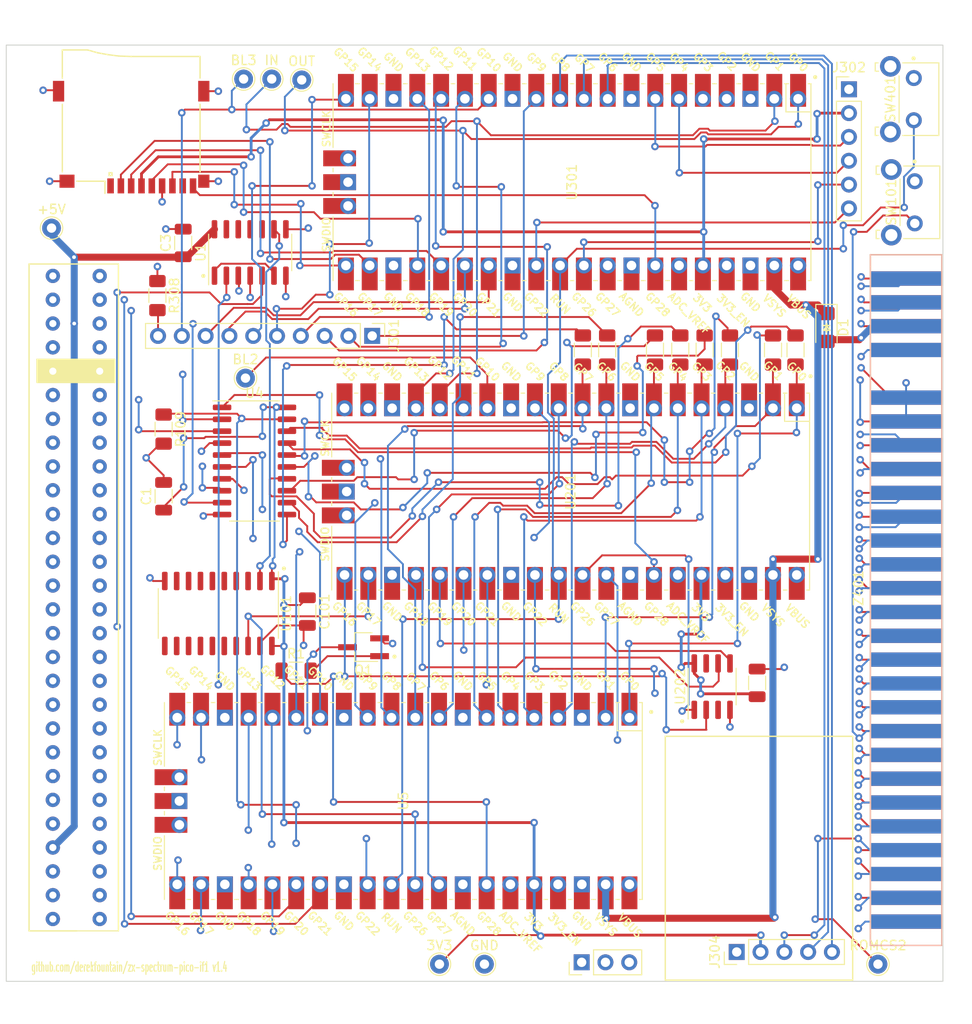
<source format=kicad_pcb>
(kicad_pcb (version 20211014) (generator pcbnew)
  (title_block (title "Pico Interface One") (date "2023-06-23") (rev "v1.3 to v1.4"))
  (layers (0 "F.Cu" signal) (1 "In1.Cu" signal) (2 "In2.Cu" signal) (31 "B.Cu" signal) (34 "B.Paste" user) (35 "F.Paste" user) (36 "B.SilkS" user "B.Silkscreen") (37 "F.SilkS" user "F.Silkscreen") (38 "B.Mask" user) (39 "F.Mask" user) (44 "Edge.Cuts" user))
  (net 0 "")
  (net 1 "GND")
  (net 2 "+5V")
  (net 3 "PICO_PWR")
  (net 4 "SWDIO_P1")
  (net 5 "SWDCLK_P1")
  (net 6 "ROM_ACCESS_INV")
  (net 7 "ZXA0")
  (net 8 "ZXA1")
  (net 9 "ZXA2")
  (net 10 "ZXA3")
  (net 11 "ZXA4")
  (net 12 "ZXA5")
  (net 13 "ZXA6")
  (net 14 "ZXA7")
  (net 15 "ZXA8")
  (net 16 "ZXA9")
  (net 17 "ZXA10")
  (net 18 "ZXA11")
  (net 19 "ZXA12")
  (net 20 "ZXA13")
  (net 21 "ZXD0")
  (net 22 "ZXD1")
  (net 23 "ZXD2")
  (net 24 "ZXD3")
  (net 25 "ZXD4")
  (net 26 "ZXD5")
  (net 27 "ZXD6")
  (net 28 "ZXD7")
  (net 29 "D7")
  (net 30 "D6")
  (net 31 "D5")
  (net 32 "D4")
  (net 33 "D3")
  (net 34 "D2")
  (net 35 "D1")
  (net 36 "D0")
  (net 37 "ROM_READ_INV")
  (net 38 "ZXA14")
  (net 39 "ZXA15")
  (net 42 "ZXM1")
  (net 43 "DBUS_DIRECTION")
  (net 44 "ZXRD")
  (net 45 "ZXMREQ")
  (net 47 "MD0_LED")
  (net 51 "ZXRESET")
  (net 52 "PICO_RESET_Z80")
  (net 53 "ROT_SW")
  (net 54 "OLED_SCK")
  (net 55 "OLED_SDA")
  (net 56 "Net-(R101-Pad1)")
  (net 57 "Net-(R102-Pad1)")
  (net 58 "Net-(R103-Pad1)")
  (net 59 "Net-(R104-Pad1)")
  (net 60 "Net-(R105-Pad1)")
  (net 61 "Net-(R106-Pad1)")
  (net 62 "Net-(R107-Pad1)")
  (net 63 "Net-(R108-Pad1)")
  (net 67 "ROM_READ_INV_3V3")
  (net 68 "IF1_PORT_ACTIVE")
  (net 76 "MD1_LED")
  (net 82 "ZXIORQ")
  (net 83 "ZXWR")
  (net 91 "MD2_LED")
  (net 92 "MD3_LED")
  (net 95 "MD4_LED")
  (net 96 "MD5_LED")
  (net 97 "MD6_LED")
  (net 98 "MD7_LED")
  (net 99 "SPI0_PSRAM_MISO")
  (net 100 "SPI0_PSRAM_CLK")
  (net 101 "SPI0_PSRAM_MOSI")
  (net 102 "SPI0_PSRAM_SLAVE_ENABLE")
  (net 103 "ZXWAIT")
  (net 105 "Net-(J301-Pad10)")
  (net 106 "ACTION_SW")
  (net 107 "CANCEL_SW")
  (net 108 "ROMCS2")
  (net 109 "ROT_CLK_A")
  (net 111 "ROT_DT_B")
  (net 115 "PICOS_RUN")
  (net 116 "SWDIO_P2")
  (net 117 "SWDCLK_P2")
  (net 118 "SWDIO_P3")
  (net 119 "SWDCLK_P3")
  (net 120 "Net-(Q1-Pad1)")
  (net 121 "3V3_PICO1")
  (net 122 "3V3_PICO2")
  (net 123 "3V3_PICO3")
  (net 124 "SPI0_SD_MISO")
  (net 125 "SPI0_SD_SLAVE_ENABLE")
  (net 126 "SPI0_SD_CLK")
  (net 127 "SPI0_SD_MOSI")
  (net 128 "UI_LINKIN")
  (net 129 "UI_LINKOUT")
  (net 132 "TEST_BLIPPER_P2")
  (net 133 "TEST_BLIPPER_P3")
  (net 136 "SD_CARD_DETECT")
  (net 139 "ZXINT")
  (net 140 "ZXNMI")
  (net 141 "ZXHALT")
  (net 142 "ZXMIN5V")
  (net 143 "ZX12V")
  (net 144 "ZX12VAC")
  (net 145 "ZXRFSH")
  (net 146 "ZX9V")
  (net 147 "ZXCLK")
  (net 148 "ZXIORQGE")
  (net 149 "ZXVIDEO")
  (net 150 "ZXY")
  (net 151 "ZXV")
  (net 152 "ZXU")
  (net 153 "ZXBUSRQ")
  (net 154 "ZXBUSACK")
  (footprint "Button_Switch_THT:SW_Tactile_SKHH_Angled" (layer "F.Cu") (at 142.375 84.74 -90)
    (fp_text reference "SW101")
    (fp_text value "SW_SPST")
  )
  (footprint "MountingHole:MountingHole_4.3mm_M4" (layer "F.Cu") (at 130.05 139.44)
    (fp_text reference "REF**" hide)
    (fp_text value "MountingHole_4.3mm_M4" hide)
  )
  (footprint "TestPoint:TestPoint_THTPad_D2.0mm_Drill1.0mm" (layer "F.Cu") (at 138.45 168.24)
    (fp_text reference "ROMCS2")
    (fp_text value "TestPoint_THTPad_D2.0mm_Drill1.0mm" hide)
  )
  (footprint "Button_Switch_THT:SW_Tactile_SKHH_Angled" (layer "F.Cu") (at 142.275 73.74 -90)
    (fp_text reference "SW401")
    (fp_text value "SW_SPST")
  )
  (footprint "MountingHole:MountingHole_4.3mm_M4" (layer "F.Cu") (at 56.45 89.34)
    (fp_text reference "REF**" hide)
    (fp_text value "MountingHole_4.3mm_M4" hide)
  )
  (footprint "TestPoint:TestPoint_THTPad_D2.0mm_Drill1.0mm" (layer "F.Cu") (at 76.95 73.94)
    (fp_text reference "OUT")
    (fp_text value "TestPoint_THTPad_D2.0mm_Drill1.0mm" hide)
  )
  (footprint "zxbus:ZX_Bus_Edge_Connector" (layer "F.Cu") (at 141.45 128.14 -90)
    (fp_text reference "Z401")
    (fp_text value "ZX48Bus")
  )
  (footprint "Resistor_SMD:R_1206_3216Metric_Pad1.30x1.75mm_HandSolder" (layer "F.Cu") (at 62.2125 111.175 -90)
    (fp_text reference "R109")
    (fp_text value "1KR")
  )
  (footprint "TestPoint:TestPoint_THTPad_D2.0mm_Drill1.0mm" (layer "F.Cu") (at 50.25 89.74)
    (fp_text reference "+5V")
    (fp_text value "TestPoint_THTPad_D2.0mm_Drill1.0mm" hide)
  )
  (footprint "pico-foot:RPi_Pico_SMD_TH" (layer "F.Cu") (at 105.795 84.84 -90)
    (fp_text reference "U301")
    (fp_text value "Pico-3 UI")
  )
  (footprint "TestPoint:TestPoint_THTPad_D2.0mm_Drill1.0mm" (layer "F.Cu") (at 96.45 168.24)
    (fp_text reference "GND")
    (fp_text value "TestPoint_THTPad_D2.0mm_Drill1.0mm" hide)
  )
  (footprint "TestPoint:TestPoint_THTPad_D2.0mm_Drill1.0mm" (layer "F.Cu") (at 91.65 168.24)
    (fp_text reference "3V3")
    (fp_text value "TestPoint_THTPad_D2.0mm_Drill1.0mm" hide)
  )
  (footprint "Package_TO_SOT_SMD:TSOT-23_HandSoldering" (layer "F.Cu") (at 83.55 134.44 180)
    (fp_text reference "Q1")
    (fp_text value "PMBT2222A")
  )
  (footprint "Package_SO:SO-20_5.3x12.6mm_P1.27mm" (layer "F.Cu") (at 71.9125 114.575)
    (fp_text reference "U4")
    (fp_text value "74LS245")
  )
  (footprint "TestPoint:TestPoint_THTPad_D2.0mm_Drill1.0mm" (layer "F.Cu") (at 70.95 105.74)
    (fp_text reference "BL2")
    (fp_text value "TestPoint_THTPad_D2.0mm_Drill1.0mm" hide)
  )
  (footprint "Capacitor_SMD:C_1206_3216Metric" (layer "F.Cu") (at 64.3 91.325 90)
    (fp_text reference "C3")
    (fp_text value "C_Small" hide)
  )
  (footprint "uSD:Conn_uSDcard" (layer "F.Cu") (at 58.75 74.74 180)
    (fp_text reference "XS301")
    (fp_text value "502p_SD_ebay-uSD-push_push_SMD-pak_breakout")
  )
  (footprint "Package_SO:SOIC-8_3.9x4.9mm_P1.27mm" (layer "F.Cu") (at 120.75 138.64 90)
    (fp_text reference "U202")
    (fp_text value "APS6404L-3SQR_PSRAM64Mbit")
  )
  (footprint "Resistor_SMD:R_1206_3216Metric_Pad1.30x1.75mm_HandSolder" (layer "F.Cu") (at 117.35 102.74 -90)
    (fp_text reference "R105" hide)
    (fp_text value "R150" hide)
  )
  (footprint "Package_SO:SOIC-14_3.9x8.7mm_P1.27mm" (layer "F.Cu") (at 71.45 92.34 90)
    (fp_text reference "U1")
    (fp_text value "4075")
  )
  (footprint "Connector_PinHeader_2.54mm:PinHeader_1x05_P2.54mm_Vertical" (layer "F.Cu") (at 123.375 166.94 90)
    (fp_text reference "J304")
    (fp_text value "Conn_01x05_Female")
  )
  (footprint "Resistor_SMD:R_1206_3216Metric_Pad1.30x1.75mm_HandSolder" (layer "F.Cu") (at 109.55 102.74 -90)
    (fp_text reference "R107" hide)
    (fp_text value "R150" hide)
  )
  (footprint "Connector_PinHeader_2.54mm:PinHeader_1x10_P2.54mm_Vertical" (layer "F.Cu") (at 84.475 101.24 -90)
    (fp_text reference "J301")
    (fp_text value "Conn_01x10_Female")
  )
  (footprint "TestPoint:TestPoint_THTPad_D2.0mm_Drill1.0mm" (layer "F.Cu") (at 70.75 73.84)
    (fp_text reference "BL3")
    (fp_text value "TestPoint_THTPad_D2.0mm_Drill1.0mm" hide)
  )
  (footprint "pico-foot:RPi_Pico_SMD_TH" (layer "F.Cu") (at 105.65 117.84 -90)
    (fp_text reference "U201")
    (fp_text value "Pico-2 IO")
  )
  (footprint "Resistor_SMD:R_1206_3216Metric_Pad1.30x1.75mm_HandSolder" (layer "F.Cu") (at 122.65 102.74 -90)
    (fp_text reference "R103" hide)
    (fp_text value "R150" hide)
  )
  (footprint "Connector_PinHeader_2.54mm:PinHeader_1x03_P2.54mm_Vertical" (layer "F.Cu") (at 106.825 168.04 90)
    (fp_text reference "REF**" hide)
    (fp_text value "PinHeader_1x03_P2.54mm_Vertical" hide)
  )
  (footprint "Connector_PinHeader_2.54mm:PinHeader_1x06_P2.54mm_Vertical" (layer "F.Cu") (at 135.35 74.94)
    (fp_text reference "J302")
    (fp_text value "Conn_01x06_Female")
  )
  (footprint "Resistor_SMD:R_1206_3216Metric_Pad1.30x1.75mm_HandSolder" (layer "F.Cu") (at 106.95 102.74 -90)
    (fp_text reference "R108" hide)
    (fp_text value "R150" hide)
  )
  (footprint "Resistor_SMD:R_1206_3216Metric_Pad1.30x1.75mm_HandSolder" (layer "F.Cu") (at 76.35 136.94)
    (fp_text reference "R1")
    (fp_text value "1K")
  )
  (footprint "Capacitor_SMD:C_1206_3216Metric" (layer "F.Cu") (at 62.2125 118.34 90)
    (fp_text reference "C1")
    (fp_text value "C_Small" hide)
  )
  (footprint "Resistor_SMD:R_1206_3216Metric_Pad1.30x1.75mm_HandSolder" (layer "F.Cu") (at 127.25 102.74 -90)
    (fp_text reference "R102" hide)
    (fp_text value "R150" hide)
  )
  (footprint "TestPoint:TestPoint_THTPad_D2.0mm_Drill1.0mm" (layer "F.Cu") (at 73.75 73.84)
    (fp_text reference "IN")
    (fp_text value "TestPoint_THTPad_D2.0mm_Drill1.0mm" hide)
  )
  (footprint "Resistor_SMD:R_1206_3216Metric_Pad1.30x1.75mm_HandSolder" (layer "F.Cu") (at 129.65 102.74 -90)
    (fp_text reference "R101" hide)
    (fp_text value "R150" hide)
  )
  (footprint "Capacitor_SMD:C_1206_3216Metric" (layer "F.Cu") (at 125.55 138.24 90)
    (fp_text reference "C201" hide)
    (fp_text value "C_Small" hide)
  )
  (footprint "Resistor_SMD:R_1206_3216Metric_Pad1.30x1.75mm_HandSolder" (layer "F.Cu") (at 61.55 96.94 -90)
    (fp_text reference "R308")
    (fp_text value "R330")
  )
  (footprint "Capacitor_SMD:C_1206_3216Metric" (layer "F.Cu") (at 77.55 130.64 -90)
    (fp_text reference "C101")
    (fp_text value "C_Small")
  )
  (footprint "Package_SO:SO-20_5.3x12.6mm_P1.27mm" (layer "F.Cu") (at 68.05 130.84 -90)
    (fp_text reference "U101")
    (fp_text value "74LS245")
  )
  (footprint "Diode_SMD:D_1206_3216Metric_Pad1.42x1.75mm_HandSolder" (layer "F.Cu") (at 132.95 100.34 -90)
    (fp_text reference "D1")
    (fp_text value "D_Schottky" hide)
  )
  (footprint "Resistor_SMD:R_1206_3216Metric_Pad1.30x1.75mm_HandSolder" (layer "F.Cu") (at 114.65 102.74 -90)
    (fp_text reference "R106" hide)
    (fp_text value "R150" hide)
  )
  (footprint "zxbus:ZX_Bus_Pin_Header" (layer "F.Cu") (at 50.39 129.13 -90)
    (fp_text reference "Z1" hide)
    (fp_text value "ZX48Bus")
  )
  (footprint "Resistor_SMD:R_1206_3216Metric_Pad1.30x1.75mm_HandSolder" (layer "F.Cu") (at 119.95 102.74 -90)
    (fp_text reference "R104" hide)
    (fp_text value "R150" hide)
  )
  (footprint "pico-foot:RPi_Pico_SMD_TH" (layer "F.Cu") (at 87.795 150.84 -90)
    (fp_text reference "U5")
    (fp_text value "Pico-1 ROM")
  )
  (gr_line (start 132.985 99.92) (end 132.975 100.86) (layer "F.SilkS") (width 0.15))
  (gr_circle (center 86.85 135.44) (end 86.991421 135.44) (layer "F.SilkS") (width 0.15) (fill solid))
  (gr_rect locked (start 48.7 103.74) (end 56.99 106.2) (layer "F.SilkS") (width 0.15) (fill solid))
  (gr_circle (center 114.25 141.34) (end 114.391421 141.34) (layer "F.SilkS") (width 0.15) (fill solid))
  (gr_rect (start 115.75 143.94) (end 135.75 169.94) (layer "F.SilkS") (width 0.15) (fill none))
  (gr_circle (center 131.25 105.54) (end 131.391421 105.54) (layer "F.SilkS") (width 0.15) (fill solid))
  (gr_line (start 132.975 100.14) (end 132.675 100.63) (layer "F.SilkS") (width 0.15))
  (gr_circle (center 142.35 82.64) (end 142.491421 82.64) (layer "F.SilkS") (width 0.15) (fill solid))
  (gr_line (start 132.615 100.13) (end 133.285 100.13) (layer "F.SilkS") (width 0.15))
  (gr_circle (center 75.05 126.04) (end 75.191421 126.04) (layer "F.SilkS") (width 0.15) (fill solid))
  (gr_circle (center 66.45 94.84) (end 66.591421 94.84) (layer "F.SilkS") (width 0.15) (fill solid))
  (gr_circle (center 117.55 142.34) (end 117.691421 142.34) (layer "F.SilkS") (width 0.15) (fill solid))
  (gr_circle (center 142.25 71.64) (end 142.391421 71.64) (layer "F.SilkS") (width 0.15) (fill solid))
  (gr_line (start 133.315 100.64) (end 132.975 100.14) (layer "F.SilkS") (width 0.15))
  (gr_circle (center 131.75 73.64) (end 131.891421 73.64) (layer "F.SilkS") (width 0.15) (fill solid))
  (gr_line (start 132.635 100.64) (end 133.315 100.64) (layer "F.SilkS") (width 0.15))
  (gr_rect (start 45.42 70.22) (end 145.38 170.07) (layer "Edge.Cuts") (width 0.1) (fill none))
  (gr_text "github.com/derekfountain/zx-spectrum-pico-if1 v1.4" (at 58.55 168.54) (layer "F.SilkS") (effects (font (size 1 0.5) (thickness 0.125))))
  (segment (start 68.45 120.29) (end 66.6 120.29) (width 0.2) (layer "F.Cu") (net 1))
  (segment (start 75.26 89.865) (end 77.525 89.865) (width 0.2) (layer "F.Cu") (net 1))
  (segment (start 49.35 75.04) (end 50.9 75.04) (width 0.2) (layer "F.Cu") (net 1))
  (segment (start 61.865 112.725) (end 60.35 114.24) (width 0.2) (layer "F.Cu") (net 1))
  (segment (start 50.05 84.74) (end 51.9 84.74) (width 0.2) (layer "F.Cu") (net 1))
  (segment (start 62.2125 116.865) (end 62.2125 116.1025) (width 0.2) (layer "F.Cu") (net 1))
  (segment (start 72.495 133.948604) (end 74.328604 132.115) (width 0.2) (layer "F.Cu") (net 1))
  (segment (start 68.05 75.14) (end 66.5 75.14) (width 0.2) (layer "F.Cu") (net 1))
  (segment (start 66.6 120.29) (end 66.45 120.44) (width 0.2) (layer "F.Cu") (net 1))
  (segment (start 61.0875 127.3775) (end 60.75 127.04) (width 0.2) (layer "F.Cu") (net 1))
  (segment (start 68.05 84.74) (end 66.5 84.74) (width 0.2) (layer "F.Cu") (net 1))
  (segment (start 62.2125 116.1025) (end 60.35 114.24) (width 0.2) (layer "F.Cu") (net 1))
  (segment (start 74.328604 132.115) (end 77.55 132.115) (width 0.2) (layer "F.Cu") (net 1))
  (segment (start 128.2645 136.765) (end 125.55 136.765) (width 0.2) (layer "F.Cu") (net 1))
  (segment (start 128.45 136.5795) (end 128.2645 136.765) (width 0.2) (layer "F.Cu") (net 1))
  (segment (start 61.55 95.39) (end 61.55 93.84) (width 0.2) (layer "F.Cu") (net 1))
  (segment (start 62.335 127.3775) (end 61.0875 127.3775) (width 0.2) (layer "F.Cu") (net 1))
  (segment (start 62.45 89.84) (end 64.29 89.84) (width 0.2) (layer "F.Cu") (net 1))
  (segment (start 122.655 141.115) (end 122.655 142.935) (width 0.2) (layer "F.Cu") (net 1))
  (segment (start 62.05 85.24) (end 62.05 86.94) (width 0.2) (layer "F.Cu") (net 1))
  (segment (start 77.15 132.515) (end 77.15 134.24) (width 0.2) (layer "F.Cu") (net 1))
  (segment (start 86.65 134.04) (end 85.81 134.04) (width 0.2) (layer "F.Cu") (net 1))
  (segment (start 75.25 97.04) (end 75.25 94.825) (width 0.2) (layer "F.Cu") (net 1))
  (segment (start 85.81 134.04) (end 85.26 133.49) (width 0.2) (layer "F.Cu") (net 1))
  (segment (start 122.655 142.935) (end 122.65 142.94) (width 0.2) (layer "F.Cu") (net 1))
  (via (at 50.05 84.74) (size 0.8) (drill 0.4) (layers "F.Cu" "B.Cu") (net 1))
  (via (at 86.65 134.04) (size 0.8) (drill 0.4) (layers "F.Cu" "B.Cu") (net 1))
  (via (at 62.05 86.94) (size 0.8) (drill 0.4) (layers "F.Cu" "B.Cu") (net 1))
  (via (at 122.65 142.94) (size 0.8) (drill 0.4) (layers "F.Cu" "B.Cu") (net 1))
  (via (at 61.55 93.84) (size 0.8) (drill 0.4) (layers "F.Cu" "B.Cu") (net 1))
  (via (at 68.05 75.14) (size 0.8) (drill 0.4) (layers "F.Cu" "B.Cu") (net 1))
  (via (at 49.35 75.04) (size 0.8) (drill 0.4) (layers "F.Cu" "B.Cu") (net 1))
  (via (at 60.35 114.24) (size 0.8) (drill 0.4) (layers "F.Cu" "B.Cu") (net 1))
  (via (at 77.65 89.74) (size 0.8) (drill 0.4) (layers "F.Cu" "B.Cu") (net 1))
  (via (at 77.15 134.24) (size 0.8) (drill 0.4) (layers "F.Cu" "B.Cu") (net 1))
  (via (at 136.447569 128.44) (size 0.8) (drill 0.4) (layers "F.Cu" "B.Cu") (net 1))
  (via (at 68.05 84.74) (size 0.8) (drill 0.4) (layers "F.Cu" "B.Cu") (net 1))
  (via (at 66.45 120.44) (size 0.8) (drill 0.4) (layers "F.Cu" "B.Cu") (net 1))
  (via (at 62.45 89.84) (size 0.8) (drill 0.4) (layers "F.Cu" "B.Cu") (net 1))
  (via (at 60.75 127.04) (size 0.8) (drill 0.4) (layers "F.Cu" "B.Cu") (net 1))
  (via (at 128.45 136.5795) (size 0.8) (drill 0.4) (layers "F.Cu" "B.Cu") (net 1))
  (via (at 141.45 106.24) (size 0.8) (drill 0.4) (layers "F.Cu" "B.Cu") (net 1))
  (via (at 75.25 97.04) (size 0.8) (drill 0.4) (layers "F.Cu" "B.Cu") (net 1))
  (segment (start 141.45 110.36) (end 141.45 107.82) (width 0.2) (layer "B.Cu") (net 1))
  (segment (start 141.45 128.14) (end 136.747569 128.14) (width 0.2) (layer "B.Cu") (net 1))
  (segment (start 136.747569 128.14) (end 136.447569 128.44) (width 0.2) (layer "B.Cu") (net 1))
  (segment (start 141.45 107.82) (end 141.45 106.24) (width 0.2) (layer "B.Cu") (net 1))
  (segment (start 52.65 92.84) (end 64.26 92.84) (width 0.75) (layer "F.Cu") (net 2))
  (segment (start 132.4505 101.64) (end 136.45 101.64) (width 0.75) (layer "F.Cu") (net 2))
  (segment (start 64.705 92.8) (end 67.64 89.865) (width 0.75) (layer "F.Cu") (net 2))
  (segment (start 136.45 101.64) (end 136.65 101.44) (width 0.75) (layer "F.Cu") (net 2))
  (via (at 52.67 99.92) (size 0.8) (drill 0.4) (layers "F.Cu" "B.Cu") (net 2))
  (via (at 52.65 92.84) (size 0.8) (drill 0.4) (layers "F.Cu" "B.Cu") (net 2))
  (via (at 136.65 101.44) (size 0.8) (drill 0.4) (layers "F.Cu" "B.Cu") (net 2))
  (segment (start 50.39 155.8) (end 52.67 153.52) (width 0.75) (layer "B.Cu") (net 2))
  (segment (start 50.25 90.44) (end 50.25 89.74) (width 0.75) (layer "B.Cu") (net 2))
  (segment (start 52.67 99.92) (end 52.67 92.86) (width 0.75) (layer "B.Cu") (net 2))
  (segment (start 137.89 100.2) (end 141.45 100.2) (width 0.75) (layer "B.Cu") (net 2))
  (segment (start 52.65 92.84) (end 50.25 90.44) (width 0.75) (layer "B.Cu") (net 2))
  (segment (start 52.67 92.86) (end 52.65 92.84) (width 0.2) (layer "B.Cu") (net 2))
  (segment (start 136.65 101.44) (end 137.89 100.2) (width 0.75) (layer "B.Cu") (net 2))
  (segment (start 52.67 153.52) (end 52.67 99.92) (width 0.75) (layer "B.Cu") (net 2))
  (segment (start 130.75 97.94) (end 129.15 97.94) (width 0.75) (layer "F.Cu") (net 3))
  (segment (start 130.75 97.94) (end 132.0375 97.94) (width 0.75) (layer "F.Cu") (net 3))
  (segment (start 127.35 163.34) (end 127.45 163.24) (width 0.2) (layer "F.Cu") (net 3))
  (segment (start 129.15 97.94) (end 127.385 96.175) (width 0.75) (layer "F.Cu") (net 3))
  (segment (start 109.45 163.34) (end 127.35 163.34) (width 0.75) (layer "F.Cu") (net 3))
  (segment (start 132.0375 97.94) (end 132.95 98.8525) (width 0.75) (layer "F.Cu") (net 3))
  (segment (start 127.25 125.04) (end 132.0355 125.04) (width 0.75) (layer "F.Cu") (net 3))
  (via (at 132.0355 125.04) (size 0.8) (drill 0.4) (layers "F.Cu" "B.Cu") (net 3))
  (via (at 109.45 163.34) (size 0.8) (drill 0.4) (layers "F.Cu" "B.Cu") (net 3))
  (via (at 127.25 125.04) (size 0.8) (drill 0.4) (layers "F.Cu" "B.Cu") (net 3))
  (via (at 127.45 163.24) (size 0.8) (drill 0.4) (layers "F.Cu" "B.Cu") (net 3))
  (via (at 130.75 97.94) (size 0.8) (drill 0.4) (layers "F.Cu" "B.Cu") (net 3))
  (segment (start 127.24 163.03) (end 127.24 126.73) (width 0.75) (layer "B.Cu") (net 3))
  (segment (start 109.385 163.275) (end 109.45 163.34) (width 0.2) (layer "B.Cu") (net 3))
  (segment (start 127.24 126.73) (end 127.24 125.05) (width 0.75) (layer "B.Cu") (net 3))
  (segment (start 127.45 163.24) (end 127.24 163.03) (width 0.3) (layer "B.Cu") (net 3))
  (segment (start 127.24 125.05) (end 127.25 125.04) (width 0.2) (layer "B.Cu") (net 3))
  (segment (start 132.0355 125.04) (end 132.0355 99.2255) (width 0.75) (layer "B.Cu") (net 3))
  (segment (start 109.385 159.73) (end 109.385 163.275) (width 0.75) (layer "B.Cu") (net 3))
  (segment (start 132.0355 99.2255) (end 130.75 97.94) (width 0.75) (layer "B.Cu") (net 3))
  (segment (start 73.056396 93.54) (end 68.35 93.54) (width 0.2) (layer "F.Cu") (net 6))
  (segment (start 68.35 93.54) (end 67.95 93.94) (width 0.2) (layer "F.Cu") (net 6))
  (segment (start 73.99 94.473604) (end 73.056396 93.54) (width 0.2) (layer "F.Cu") (net 6))
  (via (at 85.35 114.3395) (size 0.8) (drill 0.4) (layers "F.Cu" "B.Cu") (net 7))
  (via (at 136.55 115.84) (size 0.8) (drill 0.4) (layers "F.Cu" "B.Cu") (net 7))
  (segment (start 136.95 115.44) (end 141.45 115.44) (width 0.2) (layer "B.Cu") (net 7))
  (segment (start 85.35 114.3395) (end 85.45 114.4395) (width 0.2) (layer "B.Cu") (net 7))
  (segment (start 136.55 115.84) (end 136.95 115.44) (width 0.2) (layer "B.Cu") (net 7))
  (segment (start 85.45 140.875) (end 86.525 141.95) (width 0.2) (layer "B.Cu") (net 7))
  (segment (start 85.45 114.4395) (end 85.45 140.875) (width 0.2) (layer "B.Cu") (net 7))
  (via (at 136.45 119.04) (size 0.8) (drill 0.4) (layers "F.Cu" "B.Cu") (net 8))
  (via (at 84.75 119.04) (size 0.8) (drill 0.4) (layers "F.Cu" "B.Cu") (net 8))
  (segment (start 83.985 141.95) (end 82.67 140.635) (width 0.2) (layer "B.Cu") (net 8))
  (segment (start 136.45 119.04) (end 140.39 119.04) (width 0.2) (layer "B.Cu") (net 8))
  (segment (start 82.67 121.12) (end 84.75 119.04) (width 0.2) (layer "B.Cu") (net 8))
  (segment (start 140.39 119.04) (end 141.45 117.98) (width 0.2) (layer "B.Cu") (net 8))
  (segment (start 82.67 140.635) (end 82.67 121.12) (width 0.2) (layer "B.Cu") (net 8))
  (via (at 136.45 121.64) (size 0.8) (drill 0.4) (layers "F.Cu" "B.Cu") (net 9))
  (via (at 76.65 122.0805) (size 0.8) (drill 0.4) (layers "F.Cu" "B.Cu") (net 9))
  (segment (start 76.65 122.0805) (end 78.905 124.3355) (width 0.2) (layer "B.Cu") (net 9))
  (segment (start 140.33 121.64) (end 141.45 120.52) (width 0.2) (layer "B.Cu") (net 9))
  (segment (start 78.905 124.3355) (end 78.905 141.95) (width 0.2) (layer "B.Cu") (net 9))
  (segment (start 136.45 121.64) (end 140.33 121.64) (width 0.2) (layer "B.Cu") (net 9))
  (via (at 76.732 124.258) (size 0.8) (drill 0.4) (layers "F.Cu" "B.Cu") (net 10))
  (via (at 136.448069 123.939501) (size 0.8) (drill 0.4) (layers "F.Cu" "B.Cu") (net 10))
  (via (at 101.75 122.74) (size 0.8) (drill 0.4) (layers "F.Cu" "B.Cu") (net 10))
  (segment (start 103.35 110.46) (end 101.84 108.95) (width 0.2) (layer "B.Cu") (net 10))
  (segment (start 103.35 121.14) (end 103.35 110.46) (width 0.2) (layer "B.Cu") (net 10))
  (segment (start 136.448069 123.939501) (end 137.32757 123.06) (width 0.2) (layer "B.Cu") (net 10))
  (segment (start 76.365 141.95) (end 76.365 124.625) (width 0.2) (layer "B.Cu") (net 10))
  (segment (start 137.32757 123.06) (end 141.45 123.06) (width 0.2) (layer "B.Cu") (net 10))
  (segment (start 76.365 124.625) (end 76.732 124.258) (width 0.2) (layer "B.Cu") (net 10))
  (segment (start 101.75 122.74) (end 103.35 121.14) (width 0.2) (layer "B.Cu") (net 10))
  (via (at 73.75 155.44) (size 0.8) (drill 0.4) (layers "F.Cu" "B.Cu") (net 11))
  (via (at 136.35 153.64) (size 0.8) (drill 0.4) (layers "F.Cu" "B.Cu") (net 11))
  (segment (start 136.35 153.64) (end 136.45 153.54) (width 0.2) (layer "B.Cu") (net 11))
  (segment (start 136.45 153.54) (end 141.45 153.54) (width 0.2) (layer "B.Cu") (net 11))
  (segment (start 73.75 155.44) (end 73.75 142.025) (width 0.2) (layer "B.Cu") (net 11))
  (via (at 71.25 153.94) (size 0.8) (drill 0.4) (layers "F.Cu" "B.Cu") (net 12))
  (via (at 136.35 151.44) (size 0.8) (drill 0.4) (layers "F.Cu" "B.Cu") (net 12))
  (segment (start 71.285 141.95) (end 71.285 153.905) (width 0.2) (layer "B.Cu") (net 12))
  (segment (start 71.285 153.905) (end 71.25 153.94) (width 0.2) (layer "B.Cu") (net 12))
  (segment (start 136.35 151.44) (end 136.79 151) (width 0.2) (layer "B.Cu") (net 12))
  (segment (start 136.79 151) (end 141.45 151) (width 0.2) (layer "B.Cu") (net 12))
  (via (at 66.25 146.44) (size 0.8) (drill 0.4) (layers "F.Cu" "B.Cu") (net 13))
  (via (at 136.35 149.14) (size 0.8) (drill 0.4) (layers "F.Cu" "B.Cu") (net 13))
  (segment (start 137.03 148.46) (end 141.45 148.46) (width 0.2) (layer "B.Cu") (net 13))
  (segment (start 66.205 146.395) (end 66.205 141.95) (width 0.2) (layer "B.Cu") (net 13))
  (segment (start 136.35 149.14) (end 137.03 148.46) (width 0.2) (layer "B.Cu") (net 13))
  (segment (start 66.25 146.44) (end 66.205 146.395) (width 0.2) (layer "B.Cu") (net 13))
  (via (at 63.65 144.84) (size 0.8) (drill 0.4) (layers "F.Cu" "B.Cu") (net 14))
  (via (at 136.35 146.54) (size 0.8) (drill 0.4) (layers "F.Cu" "B.Cu") (net 14))
  (segment (start 63.665 141.95) (end 63.665 144.825) (width 0.2) (layer "B.Cu") (net 14))
  (segment (start 136.35 146.54) (end 136.97 145.92) (width 0.2) (layer "B.Cu") (net 14))
  (segment (start 136.97 145.92) (end 141.45 145.92) (width 0.2) (layer "B.Cu") (net 14))
  (segment (start 63.665 144.825) (end 63.65 144.84) (width 0.2) (layer "B.Cu") (net 14))
  (segment (start 137.73 158.62) (end 141.45 158.62) (width 0.2) (layer "F.Cu") (net 15))
  (segment (start 136.35 157.24) (end 137.73 158.62) (width 0.2) (layer "F.Cu") (net 15))
  (via (at 136.35 157.24) (size 0.8) (drill 0.4) (layers "F.Cu" "B.Cu") (net 15))
  (via (at 63.75 157.14) (size 0.8) (drill 0.4) (layers "F.Cu" "B.Cu") (net 15))
  (segment (start 63.665 157.225) (end 63.75 157.14) (width 0.2) (layer "B.Cu") (net 15))
  (segment (start 63.665 159.73) (end 63.665 157.225) (width 0.2) (layer "B.Cu") (net 15))
  (via (at 136.35 162.24) (size 0.8) (drill 0.4) (layers "F.Cu" "B.Cu") (net 16))
  (via (at 66.15 164.6395) (size 0.8) (drill 0.4) (layers "F.Cu" "B.Cu") (net 16))
  (segment (start 136.35 162.24) (end 137.43 161.16) (width 0.2) (layer "B.Cu") (net 16))
  (segment (start 66.15 164.6395) (end 66.205 164.5845) (width 0.2) (layer "B.Cu") (net 16))
  (segment (start 137.43 161.16) (end 141.45 161.16) (width 0.2) (layer "B.Cu") (net 16))
  (segment (start 66.205 164.5845) (end 66.205 159.73) (width 0.2) (layer "B.Cu") (net 16))
  (segment (start 136.35 161.04) (end 136.47 161.16) (width 0.2) (layer "F.Cu") (net 17))
  (segment (start 136.47 161.16) (end 141.45 161.16) (width 0.2) (layer "F.Cu") (net 17))
  (via (at 136.35 161.04) (size 0.8) (drill 0.4) (layers "F.Cu" "B.Cu") (net 17))
  (via (at 71.25 157.94) (size 0.8) (drill 0.4) (layers "F.Cu" "B.Cu") (net 17))
  (segment (start 71.285 159.73) (end 71.285 157.975) (width 0.2) (layer "B.Cu") (net 17))
  (segment (start 71.285 157.975) (end 71.25 157.94) (width 0.2) (layer "B.Cu") (net 17))
  (via (at 136.35 164.44) (size 0.8) (drill 0.4) (layers "F.Cu" "B.Cu") (net 18))
  (via (at 73.95 164.74) (size 0.8) (drill 0.4) (layers "F.Cu" "B.Cu") (net 18))
  (segment (start 73.825 164.615) (end 73.825 159.73) (width 0.2) (layer "B.Cu") (net 18))
  (segment (start 136.35 164.44) (end 137.09 163.7) (width 0.2) (layer "B.Cu") (net 18))
  (segment (start 73.95 164.74) (end 73.825 164.615) (width 0.2) (layer "B.Cu") (net 18))
  (segment (start 137.09 163.7) (end 141.45 163.7) (width 0.2) (layer "B.Cu") (net 18))
  (segment (start 58.75 163.14) (end 74.515 163.14) (width 0.2) (layer "F.Cu") (net 19))
  (segment (start 74.515 163.14) (end 76.365 161.29) (width 0.2) (layer "F.Cu") (net 19))
  (via (at 58.75 98.54) (size 0.8) (drill 0.4) (layers "F.Cu" "B.Cu") (net 19))
  (via (at 58.75 163.14) (size 0.8) (drill 0.4) (layers "F.Cu" "B.Cu") (net 19))
  (via (at 136.65 98.54) (size 0.8) (drill 0.4) (layers "F.Cu" "B.Cu") (net 19))
  (segment (start 136.65 98.54) (end 140.57 98.54) (width 0.2) (layer "B.Cu") (net 19))
  (segment (start 140.57 98.54) (end 141.45 97.66) (width 0.2) (layer "B.Cu") (net 19))
  (segment (start 58.75 98.54) (end 58.75 163.14) (width 0.2) (layer "B.Cu") (net 19))
  (segment (start 76.255 163.94) (end 78.905 161.29) (width 0.2) (layer "F.Cu") (net 20))
  (segment (start 58.05 163.94) (end 76.255 163.94) (width 0.2) (layer "F.Cu") (net 20))
  (segment (start 136.97 97.66) (end 141.45 97.66) (width 0.2) (layer "F.Cu") (net 20))
  (segment (start 136.65 97.34) (end 136.97 97.66) (width 0.2) (layer "F.Cu") (net 20))
  (via (at 58.01 97.38) (size 0.8) (drill 0.4) (layers "F.Cu" "B.Cu") (net 20))
  (via (at 58.05 163.94) (size 0.8) (drill 0.4) (layers "F.Cu" "B.Cu") (net 20))
  (via (at 136.65 97.34) (size 0.8) (drill 0.4) (layers "F.Cu" "B.Cu") (net 20))
  (segment (start 58.01 163.9) (end 58.05 163.94) (width 0.2) (layer "B.Cu") (net 20))
  (segment (start 58.01 97.38) (end 58.01 163.9) (width 0.2) (layer "B.Cu") (net 20))
  (segment (start 68.45 110.13) (end 64.3495 110.13) (width 0.2) (layer "F.Cu") (net 21))
  (segment (start 136.65 104.64) (end 139.83 107.82) (width 0.2) (layer "F.Cu") (net 21))
  (segment (start 64.3495 110.13) (end 64.25 110.2295) (width 0.2) (layer "F.Cu") (net 21))
  (via (at 64.25 105.34) (size 0.8) (drill 0.4) (layers "F.Cu" "B.Cu") (net 21))
  (via (at 136.65 104.64) (size 0.8) (drill 0.4) (layers "F.Cu" "B.Cu") (net 21))
  (via (at 64.25 110.2295) (size 0.8) (drill 0.4) (layers "F.Cu" "B.Cu") (net 21))
  (segment (start 64.25 110.2295) (end 64.25 105.34) (width 0.2) (layer "B.Cu") (net 21))
  (segment (start 136.63 110.36) (end 141.45 110.36) (width 0.2) (layer "F.Cu") (net 22))
  (segment (start 68.45 111.4) (end 59.71 111.4) (width 0.2) (layer "F.Cu") (net 22))
  (segment (start 136.55 110.44) (end 136.63 110.36) (width 0.2) (layer "F.Cu") (net 22))
  (segment (start 59.71 111.4) (end 59.55 111.24) (width 0.2) (layer "F.Cu") (net 22))
  (via (at 59.55 111.24) (size 0.8) (drill 0.4) (layers "F.Cu" "B.Cu") (net 22))
  (via (at 59.55 108.04) (size 0.8) (drill 0.4) (layers "F.Cu" "B.Cu") (net 22))
  (via (at 136.55 110.44) (size 0.8) (drill 0.4) (layers "F.Cu" "B.Cu") (net 22))
  (via (at 136.55 105.94) (size 0.8) (drill 0.4) (layers "F.Cu" "B.Cu") (net 22))
  (segment (start 136.55 105.94) (end 136.55 110.44) (width 0.2) (layer "B.Cu") (net 22))
  (segment (start 59.55 111.24) (end 59.55 108.04) (width 0.2) (layer "B.Cu") (net 22))
  (segment (start 136.55 112.94) (end 136.59 112.9) (width 0.2) (layer "F.Cu") (net 23))
  (segment (start 67.12 112.67) (end 68.45 112.67) (width 0.2) (layer "F.Cu") (net 23))
  (segment (start 136.59 112.9) (end 141.45 112.9) (width 0.2) (layer "F.Cu") (net 23))
  (segment (start 66.25 113.54) (end 67.12 112.67) (width 0.2) (layer "F.Cu") (net 23))
  (via (at 136.55 112.94) (size 0.8) (drill 0.4) (layers "F.Cu" "B.Cu") (net 23))
  (via (at 66.25 113.54) (size 0.8) (drill 0.4) (layers "F.Cu" "B.Cu") (net 23))
  (segment (start 136.63 120.52) (end 141.45 120.52) (width 0.2) (layer "F.Cu") (net 24))
  (segment (start 136.45 120.34) (end 136.63 120.52) (width 0.2) (layer "F.Cu") (net 24))
  (segment (start 68.6505 113.7395) (end 72.5495 113.7395) (width 0.2) (layer "F.Cu") (net 24))
  (segment (start 72.5495 113.7395) (end 72.75 113.94) (width 0.2) (layer "F.Cu") (net 24))
  (via (at 72.75 119.7395) (size 0.8) (drill 0.4) (layers "F.Cu" "B.Cu") (net 24))
  (via (at 136.45 120.34) (size 0.8) (drill 0.4) (layers "F.Cu" "B.Cu") (net 24))
  (via (at 72.75 113.94) (size 0.8) (drill 0.4) (layers "F.Cu" "B.Cu") (net 24))
  (segment (start 72.75 113.94) (end 72.75 119.7395) (width 0.2) (layer "B.Cu") (net 24))
  (segment (start 68.45 115.21) (end 70.9805 115.21) (width 0.2) (layer "F.Cu") (net 25))
  (segment (start 136.57 123.06) (end 141.45 123.06) (width 0.2) (layer "F.Cu") (net 25))
  (segment (start 136.45 122.94) (end 136.57 123.06) (width 0.2) (layer "F.Cu") (net 25))
  (segment (start 70.9805 115.21) (end 71.75 114.4405) (width 0.2) (layer "F.Cu") (net 25))
  (via (at 71.75 114.4405) (size 0.8) (drill 0.4) (layers "F.Cu" "B.Cu") (net 25))
  (via (at 71.75 122.84) (size 0.8) (drill 0.4) (layers "F.Cu" "B.Cu") (net 25))
  (via (at 136.45 122.94) (size 0.8) (drill 0.4) (layers "F.Cu" "B.Cu") (net 25))
  (segment (start 71.75 114.4405) (end 71.75 122.84) (width 0.2) (layer "B.Cu") (net 25))
  (segment (start 136.45 118.04) (end 136.51 117.98) (width 0.2) (layer "F.Cu") (net 26))
  (segment (start 136.51 117.98) (end 141.45 117.98) (width 0.2) (layer "F.Cu") (net 26))
  (segment (start 69.57 116.48) (end 68.45 116.48) (width 0.2) (layer "F.Cu") (net 26))
  (segment (start 70.79 117.7) (end 69.57 116.48) (width 0.2) (layer "F.Cu") (net 26))
  (via (at 136.45 118.04) (size 0.8) (drill 0.4) (layers "F.Cu" "B.Cu") (net 26))
  (via (at 70.79 117.7) (size 0.8) (drill 0.4) (layers "F.Cu" "B.Cu") (net 26))
  (segment (start 137.55 115.44) (end 141.45 115.44) (width 0.2) (layer "F.Cu") (net 27))
  (segment (start 68.14 117.44) (end 68.45 117.75) (width 0.2) (layer "F.Cu") (net 27))
  (segment (start 66.35 117.44) (end 68.14 117.44) (width 0.2) (layer "F.Cu") (net 27))
  (segment (start 136.55 114.44) (end 137.55 115.44) (width 0.2) (layer "F.Cu") (net 27))
  (via (at 66.35 117.44) (size 0.8) (drill 0.4) (layers "F.Cu" "B.Cu") (net 27))
  (via (at 136.55 114.44) (size 0.8) (drill 0.4) (layers "F.Cu" "B.Cu") (net 27))
  (via (at 66.35 115.14) (size 0.8) (drill 0.4) (layers "F.Cu" "B.Cu") (net 27))
  (segment (start 66.35 115.14) (end 66.35 117.44) (width 0.2) (layer "B.Cu") (net 27))
  (segment (start 64.473953 119.02) (end 64.39585 118.941897) (width 0.2) (layer "F.Cu") (net 28))
  (segment (start 68.45 119.02) (end 64.473953 119.02) (width 0.2) (layer "F.Cu") (net 28))
  (segment (start 136.91 100.2) (end 141.45 100.2) (width 0.2) (layer "F.Cu") (net 28))
  (segment (start 136.65 99.94) (end 136.91 100.2) (width 0.2) (layer "F.Cu") (net 28))
  (via (at 136.65 99.94) (size 0.8) (drill 0.4) (layers "F.Cu" "B.Cu") (net 28))
  (via (at 64.39585 118.941897) (size 0.8) (drill 0.4) (layers "F.Cu" "B.Cu") (net 28))
  (via (at 65.35 99.94) (size 0.8) (drill 0.4) (layers "F.Cu" "B.Cu") (net 28))
  (segment (start 65.305 99.985) (end 65.35 99.94) (width 0.2) (layer "B.Cu") (net 28))
  (segment (start 65.305 118.032747) (end 65.305 99.985) (width 0.2) (layer "B.Cu") (net 28))
  (segment (start 64.39585 118.941897) (end 65.305 118.032747) (width 0.2) (layer "B.Cu") (net 28))
  (segment (start 88.262 110.8585) (end 87.95 111.1705) (width 0.2) (layer "F.Cu") (net 29))
  (segment (start 106.92 108.95) (end 106.92 104.32) (width 0.2) (layer "F.Cu") (net 29))
  (segment (start 106.669 110.8585) (end 88.262 110.8585) (width 0.2) (layer "F.Cu") (net 29))
  (segment (start 106.95 111.1395) (end 106.669 110.8585) (width 0.2) (layer "F.Cu") (net 29))
  (via (at 87.95 111.1705) (size 0.8) (drill 0.4) (layers "F.Cu" "B.Cu") (net 29))
  (via (at 106.95 111.1395) (size 0.8) (drill 0.4) (layers "F.Cu" "B.Cu") (net 29))
  (segment (start 87.75 125.58) (end 87.75 126.966346) (width 0.2) (layer "B.Cu") (net 29))
  (segment (start 106.92 108.95) (end 106.92 111.1095) (width 0.2) (layer "B.Cu") (net 29))
  (segment (start 87.95 111.1705) (end 86.15 112.9705) (width 0.2) (layer "B.Cu") (net 29))
  (segment (start 89.065 128.281346) (end 89.065 141.95) (width 0.2) (layer "B.Cu") (net 29))
  (segment (start 86.15 112.9705) (end 86.15 123.98) (width 0.2) (layer "B.Cu") (net 29))
  (segment (start 87.75 126.966346) (end 89.065 128.281346) (width 0.2) (layer "B.Cu") (net 29))
  (segment (start 86.15 123.98) (end 87.75 125.58) (width 0.2) (layer "B.Cu") (net 29))
  (segment (start 106.92 111.1095) (end 106.95 111.1395) (width 0.2) (layer "B.Cu") (net 29))
  (segment (start 95.1505 118.54) (end 108.0105 118.54) (width 0.2) (layer "F.Cu") (net 30))
  (segment (start 109.46 108.95) (end 109.46 104.38) (width 0.2) (layer "F.Cu") (net 30))
  (segment (start 108.0105 118.54) (end 109.55 117.0005) (width 0.2) (layer "F.Cu") (net 30))
  (segment (start 93.15 120.5405) (end 95.1505 118.54) (width 0.2) (layer "F.Cu") (net 30))
  (via (at 93.15 120.5405) (size 0.8) (drill 0.4) (layers "F.Cu" "B.Cu") (net 30))
  (via (at 109.55 117.0005) (size 0.8) (drill 0.4) (layers "F.Cu" "B.Cu") (net 30))
  (segment (start 93.15 120.5405) (end 93.07 120.6205) (width 0.2) (layer "B.Cu") (net 30))
  (segment (start 93.07 140.485) (end 91.605 141.95) (width 0.2) (layer "B.Cu") (net 30))
  (segment (start 109.46 116.9105) (end 109.46 108.95) (width 0.2) (layer "B.Cu") (net 30))
  (segment (start 93.07 120.6205) (end 93.07 140.485) (width 0.2) (layer "B.Cu") (net 30))
  (segment (start 109.55 117.0005) (end 109.46 116.9105) (width 0.2) (layer "B.Cu") (net 30))
  (segment (start 96.951 119.0395) (end 98.13995 119.0395) (width 0.2) (layer "F.Cu") (net 31))
  (segment (start 114.54 108.95) (end 114.54 104.4) (width 0.2) (layer "F.Cu") (net 31))
  (segment (start 98.13995 119.0395) (end 98.43995 119.3395) (width 0.2) (layer "F.Cu") (net 31))
  (segment (start 101.806136 120.14) (end 111.05 120.14) (width 0.2) (layer "F.Cu") (net 31))
  (segment (start 95.45 120.5405) (end 96.951 119.0395) (width 0.2) (layer "F.Cu") (net 31))
  (segment (start 98.43995 119.3395) (end 101.005635 119.3395) (width 0.2) (layer "F.Cu") (net 31))
  (segment (start 111.05 120.14) (end 114.25 116.94) (width 0.2) (layer "F.Cu") (net 31))
  (segment (start 101.005635 119.3395) (end 101.806136 120.14) (width 0.2) (layer "F.Cu") (net 31))
  (via (at 95.45 120.5405) (size 0.8) (drill 0.4) (layers "F.Cu" "B.Cu") (net 31))
  (via (at 114.25 116.94) (size 0.8) (drill 0.4) (layers "F.Cu" "B.Cu") (net 31))
  (segment (start 95.37 120.6205) (end 95.37 140.635) (width 0.2) (layer "B.Cu") (net 31))
  (segment (start 114.25 116.94) (end 114.25 109.24) (width 0.2) (layer "B.Cu") (net 31))
  (segment (start 95.45 120.5405) (end 95.37 120.6205) (width 0.2) (layer "B.Cu") (net 31))
  (segment (start 95.37 140.635) (end 96.685 141.95) (width 0.2) (layer "B.Cu") (net 31))
  (segment (start 101.64045 120.54) (end 116.35 120.54) (width 0.2) (layer "F.Cu") (net 32))
  (segment (start 100.83995 119.7395) (end 101.64045 120.54) (width 0.2) (layer "F.Cu") (net 32))
  (segment (start 117.08 108.95) (end 117.08 104.56) (width 0.2) (layer "F.Cu") (net 32))
  (segment (start 97.85 119.7395) (end 100.83995 119.7395) (width 0.2) (layer "F.Cu") (net 32))
  (segment (start 116.35 120.54) (end 117.05 119.84) (width 0.2) (layer "F.Cu") (net 32))
  (via (at 117.05 119.84) (size 0.8) (drill 0.4) (layers "F.Cu" "B.Cu") (net 32))
  (via (at 97.85 119.7395) (size 0.8) (drill 0.4) (layers "F.Cu" "B.Cu") (net 32))
  (segment (start 117.08 119.81) (end 117.08 108.95) (width 0.2) (layer "B.Cu") (net 32))
  (segment (start 117.05 119.84) (end 117.08 119.81) (width 0.2) (layer "B.Cu") (net 32))
  (segment (start 99.225 141.95) (end 97.91 140.635) (width 0.2) (layer "B.Cu") (net 32))
  (segment (start 97.91 119.7995) (end 97.85 119.7395) (width 0.2) (layer "B.Cu") (net 32))
  (segment (start 97.91 140.635) (end 97.91 119.7995) (width 0.2) (layer "B.Cu") (net 32))
  (segment (start 100.65 120.5395) (end 101.0505 120.94) (width 0.2) (layer "F.Cu") (net 33))
  (segment (start 119.05 120.94) (end 119.45 120.54) (width 0.2) (layer "F.Cu") (net 33))
  (segment (start 101.0505 120.94) (end 119.05 120.94) (width 0.2) (layer "F.Cu") (net 33))
  (segment (start 119.62 108.95) (end 119.62 104.62) (width 0.2) (layer "F.Cu") (net 33))
  (via (at 119.45 120.54) (size 0.8) (drill 0.4) (layers "F.Cu" "B.Cu") (net 33))
  (via (at 100.65 120.5395) (size 0.8) (drill 0.4) (layers "F.Cu" "B.Cu") (net 33))
  (segment (start 101.765 141.95) (end 100.69 140.875) (width 0.2) (layer "B.Cu") (net 33))
  (segment (start 100.69 120.5795) (end 100.65 120.5395) (width 0.2) (layer "B.Cu") (net 33))
  (segment (start 119.62 120.37) (end 119.62 108.95) (width 0.2) (layer "B.Cu") (net 33))
  (segment (start 100.69 140.875) (end 100.69 120.5795) (width 0.2) (layer "B.Cu") (net 33))
  (segment (start 119.45 120.54) (end 119.62 120.37) (width 0.2) (layer "B.Cu") (net 33))
  (segment (start 106.05 112.5405) (end 106.2495 112.74) (width 0.2) (layer "F.Cu") (net 34))
  (segment (start 122.16 108.95) (end 122.16 104.78) (width 0.2) (layer "F.Cu") (net 34))
  (segment (start 116.605636 114.34) (end 118.797347 114.34) (width 0.2) (layer "F.Cu") (net 34))
  (segment (start 111.994864 112.74) (end 112.194365 112.5405) (width 0.2) (layer "F.Cu") (net 34))
  (segment (start 106.2495 112.74) (end 111.994864 112.74) (width 0.2) (layer "F.Cu") (net 34))
  (segment (start 114.806136 112.5405) (end 116.605636 114.34) (width 0.2) (layer "F.Cu") (net 34))
  (segment (start 120.388896 112.748451) (end 118.797347 114.34) (width 0.2) (layer "F.Cu") (net 34))
  (segment (start 112.194365 112.5405) (end 114.806136 112.5405) (width 0.2) (layer "F.Cu") (net 34))
  (via (at 120.388896 112.748451) (size 0.8) (drill 0.4) (layers "F.Cu" "B.Cu") (net 34))
  (via (at 106.05 112.5405) (size 0.8) (drill 0.4) (layers "F.Cu" "B.Cu") (net 34))
  (segment (start 122.16 108.95) (end 122.16 110.977347) (width 0.2) (layer "B.Cu") (net 34))
  (segment (start 122.16 110.977347) (end 120.388896 112.748451) (width 0.2) (layer "B.Cu") (net 34))
  (segment (start 105.77 140.485) (end 104.305 141.95) (width 0.2) (layer "B.Cu") (net 34))
  (segment (start 106.05 112.5405) (end 105.77 112.8205) (width 0.2) (layer "B.Cu") (net 34))
  (segment (start 105.77 112.8205) (end 105.77 140.485) (width 0.2) (layer "B.Cu") (net 34))
  (segment (start 125.3315 110.8585) (end 127.24 108.95) (width 0.2) (layer "F.Cu") (net 35))
  (segment (start 109.35 131.24) (end 120.45 131.24) (width 0.2) (layer "F.Cu") (net 35))
  (segment (start 123.24155 110.8585) (end 125.3315 110.8585) (width 0.2) (layer "F.Cu") (net 35))
  (segment (start 127.24 108.95) (end 127.24 104.3) (width 0.2) (layer "F.Cu") (net 35))
  (segment (start 120.984053 113.115997) (end 123.24155 110.8585) (width 0.2) (layer "F.Cu") (net 35))
  (segment (start 120.984053 113.6405) (end 120.984053 113.115997) (width 0.2) (layer "F.Cu") (net 35))
  (via (at 120.45 131.24) (size 0.8) (drill 0.4) (layers "F.Cu" "B.Cu") (net 35))
  (via (at 120.984053 113.6405) (size 0.8) (drill 0.4) (layers "F.Cu" "B.Cu") (net 35))
  (via (at 109.35 131.24) (size 0.8) (drill 0.4) (layers "F.Cu" "B.Cu") (net 35))
  (segment (start 109.385 141.95) (end 109.385 131.275) (width 0.2) (layer "B.Cu") (net 35))
  (segment (start 109.385 131.275) (end 109.35 131.24) (width 0.2) (layer "B.Cu") (net 35))
  (segment (start 120.984053 113.6405) (end 120.77 113.854553) (width 0.2) (layer "B.Cu") (net 35))
  (segment (start 120.77 130.92) (end 120.45 131.24) (width 0.2) (layer "B.Cu") (net 35))
  (segment (start 120.77 113.854553) (end 120.77 130.92) (width 0.2) (layer "B.Cu") (net 35))
  (segment (start 129.65 111.64) (end 129.75 111.54) (width 0.2) (layer "F.Cu") (net 36))
  (segment (start 123.45 111.64) (end 129.65 111.64) (width 0.2) (layer "F.Cu") (net 36))
  (segment (start 129.78 108.95) (end 129.78 104.42) (width 0.2) (layer "F.Cu") (net 36))
  (segment (start 123.4495 134.0395) (end 123.45 134.04) (width 0.2) (layer "F.Cu") (net 36))
  (segment (start 111.85 134.0395) (end 123.4495 134.0395) (width 0.2) (layer "F.Cu") (net 36))
  (via (at 123.45 111.64) (size 0.8) (drill 0.4) (layers "F.Cu" "B.Cu") (net 36))
  (via (at 111.85 134.0395) (size 0.8) (drill 0.4) (layers "F.Cu" "B.Cu") (net 36))
  (via (at 123.45 134.04) (size 0.8) (drill 0.4) (layers "F.Cu" "B.Cu") (net 36))
  (via (at 129.75 111.54) (size 0.8) (drill 0.4) (layers "F.Cu" "B.Cu") (net 36))
  (segment (start 111.925 134.1145) (end 111.85 134.0395) (width 0.2) (layer "B.Cu") (net 36))
  (segment (start 111.925 141.95) (end 111.925 134.1145) (width 0.2) (layer "B.Cu") (net 36))
  (segment (start 129.75 111.54) (end 129.78 111.51) (width 0.2) (layer "B.Cu") (net 36))
  (segment (start 123.45 134.04) (end 123.45 111.64) (width 0.2) (layer "B.Cu") (net 36))
  (segment (start 129.78 111.51) (end 129.78 108.95) (width 0.2) (layer "B.Cu") (net 36))
  (segment (start 74.55 91.6405) (end 74.55 90.425) (width 0.2) (layer "F.Cu") (net 37))
  (segment (start 74.55 90.425) (end 73.99 89.865) (width 0.2) (layer "F.Cu") (net 37))
  (segment (start 72.495 125.7575) (end 72.495 127.3775) (width 0.2) (layer "F.Cu") (net 37))
  (via (at 74.55 91.6405) (size 0.8) (drill 0.4) (layers "F.Cu" "B.Cu") (net 37))
  (via (at 72.495 125.7575) (size 0.8) (drill 0.4) (layers "F.Cu" "B.Cu") (net 37))
  (segment (start 73.55 124.7025) (end 73.55 102.101346) (width 0.2) (layer "B.Cu") (net 37))
  (segment (start 73.165 94.425) (end 74.55 93.04) (width 0.2) (layer "B.Cu") (net 37))
  (segment (start 72.495 125.7575) (end 73.55 124.7025) (width 0.2) (layer "B.Cu") (net 37))
  (segment (start 73.165 101.716346) (end 73.165 94.425) (width 0.2) (layer "B.Cu") (net 37))
  (segment (start 74.55 93.04) (end 74.55 91.6405) (width 0.2) (layer "B.Cu") (net 37))
  (segment (start 73.55 102.101346) (end 73.165 101.716346) (width 0.2) (layer "B.Cu") (net 37))
  (segment (start 71.45 97.1405) (end 71.45 94.815) (width 0.2) (layer "F.Cu") (net 38))
  (via (at 136.65 95.939503) (size 0.8) (drill 0.4) (layers "F.Cu" "B.Cu") (net 38))
  (via (at 71.45 97.1405) (size 0.8) (drill 0.4) (layers "F.Cu" "B.Cu") (net 38))
  (segment (start 140.630497 95.939503) (end 141.45 95.12) (width 0.2) (layer "B.Cu") (net 38))
  (segment (start 136.65 95.939503) (end 140.630497 95.939503) (width 0.2) (layer "B.Cu") (net 38))
  (segment (start 70.25 96.44) (end 70.25 94.885) (width 0.2) (layer "F.Cu") (net 39))
  (segment (start 136.83 95.12) (end 141.45 95.12) (width 0.2) (layer "F.Cu") (net 39))
  (segment (start 136.65 94.94) (end 136.83 95.12) (width 0.2) (layer "F.Cu") (net 39))
  (via (at 70.25 96.44) (size 0.8) (drill 0.4) (layers "F.Cu" "B.Cu") (net 39))
  (via (at 136.65 94.94) (size 0.8) (drill 0.4) (layers "F.Cu" "B.Cu") (net 39))
  (segment (start 137.45 153.54) (end 141.45 153.54) (width 0.2) (layer "F.Cu") (net 42))
  (segment (start 136.35 152.44) (end 137.45 153.54) (width 0.2) (layer "F.Cu") (net 42))
  (via (at 136.35 152.44) (size 0.8) (drill 0.4) (layers "F.Cu" "B.Cu") (net 42))
  (via (at 83.85 154.84) (size 0.8) (drill 0.4) (layers "F.Cu" "B.Cu") (net 42))
  (segment (start 83.85 154.84) (end 83.85 159.595) (width 0.2) (layer "B.Cu") (net 42))
  (segment (start 79.28 112.27) (end 78.85 111.84) (width 0.2) (layer "F.Cu") (net 43))
  (segment (start 114.54 125.35) (end 114.55 125.34) (width 0.2) (layer "F.Cu") (net 43))
  (segment (start 69.77 107.54) (end 68.45 108.86) (width 0.2) (layer "F.Cu") (net 43))
  (segment (start 114.54 126.73) (end 114.54 125.35) (width 0.2) (layer "F.Cu") (net 43))
  (segment (start 81.585686 112.27) (end 79.28 112.27) (width 0.2) (layer "F.Cu") (net 43))
  (segment (start 82.955686 113.64) (end 81.585686 112.27) (width 0.2) (layer "F.Cu") (net 43))
  (segment (start 78.85 107.54) (end 69.77 107.54) (width 0.2) (layer "F.Cu") (net 43))
  (segment (start 112.65 113.6405) (end 112.6495 113.64) (width 0.2) (layer "F.Cu") (net 43))
  (segment (start 112.6495 113.64) (end 82.955686 113.64) (width 0.2) (layer "F.Cu") (net 43))
  (via (at 78.85 107.54) (size 0.8) (drill 0.4) (layers "F.Cu" "B.Cu") (net 43))
  (via (at 112.65 113.6405) (size 0.8) (drill 0.4) (layers "F.Cu" "B.Cu") (net 43))
  (via (at 114.55 125.34) (size 0.8) (drill 0.4) (layers "F.Cu" "B.Cu") (net 43))
  (via (at 78.85 111.84) (size 0.8) (drill 0.4) (layers "F.Cu" "B.Cu") (net 43))
  (segment (start 112.55 123.34) (end 114.55 125.34) (width 0.2) (layer "B.Cu") (net 43))
  (segment (start 112.55 113.7405) (end 112.55 123.34) (width 0.2) (layer "B.Cu") (net 43))
  (segment (start 112.65 113.6405) (end 112.55 113.7405) (width 0.2) (layer "B.Cu") (net 43))
  (segment (start 78.85 111.84) (end 78.85 107.54) (width 0.2) (layer "B.Cu") (net 43))
  (segment (start 136.91 138.3) (end 141.45 138.3) (width 0.2) (layer "F.Cu") (net 44))
  (segment (start 68.91 97.1) (end 68.91 94.815) (width 0.2) (layer "F.Cu") (net 44))
  (segment (start 68.95 97.14) (end 68.91 97.1) (width 0.2) (layer "F.Cu") (net 44))
  (segment (start 136.45 137.84) (end 136.91 138.3) (width 0.2) (layer "F.Cu") (net 44))
  (via (at 96.65 138.44) (size 0.8) (drill 0.4) (layers "F.Cu" "B.Cu") (net 44))
  (via (at 68.05 138.44) (size 0.8) (drill 0.4) (layers "F.Cu" "B.Cu") (net 44))
  (via (at 136.45 137.84) (size 0.8) (drill 0.4) (layers "F.Cu" "B.Cu") (net 44))
  (via (at 68.95 97.14) (size 0.8) (drill 0.4) (layers "F.Cu" "B.Cu") (net 44))
  (segment (start 68.085 98.005) (end 68.085 138.405) (width 0.2) (layer "B.Cu") (net 44))
  (segment (start 68.085 138.405) (end 68.05 138.44) (width 0.2) (layer "B.Cu") (net 44))
  (segment (start 96.76 138.33) (end 96.76 126.73) (width 0.2) (layer "B.Cu") (net 44))
  (segment (start 96.65 138.44) (end 96.76 138.33) (width 0.2) (layer "B.Cu") (net 44))
  (segment (start 68.95 97.14) (end 68.085 98.005) (width 0.2) (layer "B.Cu") (net 44))
  (segment (start 71.73995 97.8405) (end 72.72 96.86045) (width 0.2) (layer "F.Cu") (net 45))
  (segment (start 136.83 133.22) (end 141.45 133.22) (width 0.2) (layer "F.Cu") (net 45))
  (segment (start 71.15955 97.84) (end 71.16005 97.8405) (width 0.2) (layer "F.Cu") (net 45))
  (segment (start 68.35 97.84) (end 71.15955 97.84) (width 0.2) (layer "F.Cu") (net 45))
  (segment (start 71.16005 97.8405) (end 71.73995 97.8405) (width 0.2) (layer "F.Cu") (net 45))
  (segment (start 57.25 96.6015) (end 67.1115 96.6015) (width 0.2) (layer "F.Cu") (net 45))
  (segment (start 72.72 96.86045) (end 72.72 94.815) (width 0.2) (layer "F.Cu") (net 45))
  (segment (start 136.45 132.84) (end 136.83 133.22) (width 0.2) (layer "F.Cu") (net 45))
  (segment (start 67.1115 96.6015) (end 68.35 97.84) (width 0.2) (layer "F.Cu") (net 45))
  (via (at 57.25 96.6015) (size 0.8) (drill 0.4) (layers "F.Cu" "B.Cu") (net 45))
  (via (at 57.25 132.24) (size 0.8) (drill 0.4) (layers "F.Cu" "B.Cu") (net 45))
  (via (at 136.45 132.84) (size 0.8) (drill 0.4) (layers "F.Cu" "B.Cu") (net 45))
  (segment (start 57.25 132.24) (end 57.25 96.6015) (width 0.2) (layer "B.Cu") (net 45))
  (segment (start 84.475 101.24) (end 100.65 101.24) (width 0.2) (layer "F.Cu") (net 47))
  (via (at 100.65 101.24) (size 0.8) (drill 0.4) (layers "F.Cu" "B.Cu") (net 47))
  (segment (start 100.65 77.285) (end 101.985 75.95) (width 0.2) (layer "B.Cu") (net 47))
  (segment (start 100.65 101.24) (end 100.65 77.285) (width 0.2) (layer "B.Cu") (net 47))
  (segment (start 137.25 90.14) (end 135.85 90.14) (width 0.2) (layer "F.Cu") (net 51))
  (segment (start 78.946 134.44) (end 81.84 134.44) (width 0.2) (layer "F.Cu") (net 51))
  (segment (start 141.525 88.39) (end 139 88.39) (width 0.2) (layer "F.Cu") (net 51))
  (segment (start 142.375 89.24) (end 141.525 88.39) (width 0.2) (layer "F.Cu") (net 51))
  (segment (start 78.2055 135.1805) (end 78.946 134.44) (width 0.2) (layer "F.Cu") (net 51))
  (segment (start 137.25 90.14) (end 139 88.39) (width 0.2) (layer "F.Cu") (net 51))
  (via (at 77.55 143.34) (size 0.8) (drill 0.4) (layers "F.Cu" "B.Cu") (net 51))
  (via (at 78.2055 135.1805) (size 0.8) (drill 0.4) (layers "F.Cu" "B.Cu") (net 51))
  (via (at 135.85 90.14) (size 0.8) (drill 0.4) (layers "F.Cu" "B.Cu") (net 51))
  (via (at 136.45 144.14) (size 0.8) (drill 0.4) (layers "F.Cu" "B.Cu") (net 51))
  (segment (start 135.748069 90.241931) (end 135.748069 143.438069) (width 0.2) (layer "B.Cu") (net 51))
  (segment (start 135.85 90.14) (end 135.748069 90.241931) (width 0.2) (layer "B.Cu") (net 51))
  (segment (start 77.55 143.34) (end 77.55 135.836) (width 0.2) (layer "B.Cu") (net 51))
  (segment (start 137.21 143.38) (end 141.45 143.38) (width 0.2) (layer "B.Cu") (net 51))
  (segment (start 77.55 135.836) (end 78.2055 135.1805) (width 0.2) (layer "B.Cu") (net 51))
  (segment (start 136.45 144.14) (end 137.21 143.38) (width 0.2) (layer "B.Cu") (net 51))
  (segment (start 135.748069 143.438069) (end 136.45 144.14) (width 0.2) (layer "B.Cu") (net 51))
  (segment (start 80.35 150.94) (end 96.65 150.94) (width 0.2) (layer "F.Cu") (net 52))
  (segment (start 79.55 138.34) (end 75.85 138.34) (width 0.2) (layer "F.Cu") (net 52))
  (segment (start 80.35 137.54) (end 79.55 138.34) (width 0.2) (layer "F.Cu") (net 52))
  (segment (start 75.85 138.34) (end 74.8 137.29) (width 0.2) (layer "F.Cu") (net 52))
  (via (at 80.35 137.54) (size 0.8) (drill 0.4) (layers "F.Cu" "B.Cu") (net 52))
  (via (at 96.65 150.94) (size 0.8) (drill 0.4) (layers "F.Cu" "B.Cu") (net 52))
  (via (at 80.35 150.94) (size 0.8) (drill 0.4) (layers "F.Cu" "B.Cu") (net 52))
  (segment (start 80.35 137.54) (end 80.295 137.595) (width 0.2) (layer "B.Cu") (net 52))
  (segment (start 80.295 137.595) (end 80.295 150.885) (width 0.2) (layer "B.Cu") (net 52))
  (segment (start 80.295 150.885) (end 80.35 150.94) (width 0.2) (layer "B.Cu") (net 52))
  (segment (start 96.65 150.94) (end 96.685 150.975) (width 0.2) (layer "B.Cu") (net 52))
  (segment (start 96.685 150.975) (end 96.685 159.73) (width 0.2) (layer "B.Cu") (net 52))
  (segment (start 128.4505 165.14) (end 131.65 165.14) (width 0.2) (layer "F.Cu") (net 53))
  (segment (start 128.45 165.1395) (end 128.4505 165.14) (width 0.2) (layer "F.Cu") (net 53))
  (via (at 131.65 165.14) (size 0.8) (drill 0.4) (layers "F.Cu" "B.Cu") (net 53))
  (via (at 128.45 165.1395) (size 0.8) (drill 0.4) (layers "F.Cu" "B.Cu") (net 53))
  (segment (start 109.85 72.14) (end 109.55 72.44) (width 0.2) (layer "B.Cu") (net 53))
  (segment (start 132.735 164.055) (end 132.735 72.725) (width 0.2) (layer "B.Cu") (net 53))
  (segment (start 132.15 72.14) (end 109.85 72.14) (width 0.2) (layer "B.Cu") (net 53))
  (segment (start 109.55 72.44) (end 109.605 72.495) (width 0.2) (layer "B.Cu") (net 53))
  (segment (start 128.455 165.1445) (end 128.45 165.1395) (width 0.2) (layer "B.Cu") (net 53))
  (segment (start 128.455 166.94) (end 128.455 165.1445) (width 0.2) (layer "B.Cu") (net 53))
  (segment (start 132.735 72.725) (end 132.15 72.14) (width 0.2) (layer "B.Cu") (net 53))
  (segment (start 131.65 165.14) (end 132.735 164.055) (width 0.2) (layer "B.Cu") (net 53))
  (segment (start 109.605 72.495) (end 109.605 75.95) (width 0.2) (layer "B.Cu") (net 53))
  (segment (start 134.43 80.94) (end 135.35 80.02) (width 0.2) (layer "F.Cu") (net 54))
  (segment (start 131.374999 80.864999) (end 131.45 80.94) (width 0.2) (layer "F.Cu") (net 54))
  (segment (start 120.03995 81.04) (end 120.214951 80.864999) (width 0.2) (layer "F.Cu") (net 54))
  (segment (start 120.214951 80.864999) (end 131.374999 80.864999) (width 0.2) (layer "F.Cu") (net 54))
  (segment (start 114.65 81.04) (end 120.03995 81.04) (width 0.2) (layer "F.Cu") (net 54))
  (segment (start 131.45 80.94) (end 134.43 80.94) (width 0.2) (layer "F.Cu") (net 54))
  (via (at 114.65 81.04) (size 0.8) (drill 0.4) (layers "F.Cu" "B.Cu") (net 54))
  (segment (start 114.65 81.04) (end 114.685 81.005) (width 0.2) (layer "B.Cu") (net 54))
  (segment (start 114.685 81.005) (end 114.685 75.95) (width 0.2) (layer "B.Cu") (net 54))
  (segment (start 134.07 83.84) (end 135.35 82.56) (width 0.2) (layer "F.Cu") (net 55))
  (segment (start 117.25 83.84) (end 134.07 83.84) (width 0.2) (layer "F.Cu") (net 55))
  (via (at 117.25 83.84) (size 0.8) (drill 0.4) (layers "F.Cu" "B.Cu") (net 55))
  (segment (start 117.225 83.815) (end 117.225 75.95) (width 0.2) (layer "B.Cu") (net 55))
  (segment (start 117.25 83.84) (end 117.225 83.815) (width 0.2) (layer "B.Cu") (net 55))
  (segment (start 128.7 100.24) (end 124.9295 100.24) (width 0.2) (layer "F.Cu") (net 56))
  (segment (start 79.86995 111.87) (end 79.15 111.15005) (width 0.2) (layer "F.Cu") (net 56))
  (segment (start 121.107349 114.74) (end 116.43995 114.74) (width 0.2) (layer "F.Cu") (net 56))
  (segment (start 107.85 113.14) (end 107.75 113.24) (width 0.2) (layer "F.Cu") (net 56))
  (segment (start 122.206849 113.6405) (end 121.107349 114.74) (width 0.2) (layer "F.Cu") (net 56))
  (segment (start 112.16055 113.14) (end 107.85 113.14) (width 0.2) (layer "F.Cu") (net 56))
  (segment (start 124.9295 100.24) (end 124.55 100.6195) (width 0.2) (layer "F.Cu") (net 56))
  (segment (start 79.15 111.15005) (end 79.15 111.04) (width 0.2) (layer "F.Cu") (net 56))
  (segment (start 75.735 111.04) (end 75.375 111.4) (width 0.2) (layer "F.Cu") (net 56))
  (segment (start 116.43995 114.74) (end 114.64045 112.9405) (width 0.2) (layer "F.Cu") (net 56))
  (segment (start 129.65 101.19) (end 128.7 100.24) (width 0.2) (layer "F.Cu") (net 56))
  (segment (start 81.751371 111.87) (end 79.86995 111.87) (width 0.2) (layer "F.Cu") (net 56))
  (segment (start 112.36005 112.9405) (end 112.16055 113.14) (width 0.2) (layer "F.Cu") (net 56))
  (segment (start 79.15 111.04) (end 75.735 111.04) (width 0.2) (layer "F.Cu") (net 56))
  (segment (start 83.121372 113.24) (end 81.751371 111.87) (width 0.2) (layer "F.Cu") (net 56))
  (segment (start 114.64045 112.9405) (end 112.36005 112.9405) (width 0.2) (layer "F.Cu") (net 56))
  (segment (start 107.75 113.24) (end 83.121372 113.24) (width 0.2) (layer "F.Cu") (net 56))
  (via (at 124.55 100.6195) (size 0.8) (drill 0.4) (layers "F.Cu" "B.Cu") (net 56))
  (via (at 122.206849 113.6405) (size 0.8) (drill 0.4) (layers "F.Cu" "B.Cu") (net 56))
  (segment (start 122.206849 113.6405) (end 122.206849 111.893201) (width 0.2) (layer "B.Cu") (net 56))
  (segment (start 123.31 110.79005) (end 123.31 101.8595) (width 0.2) (layer "B.Cu") (net 56))
  (segment (start 122.206849 111.893201) (end 123.31 110.79005) (width 0.2) (layer "B.Cu") (net 56))
  (segment (start 123.31 101.8595) (end 124.55 100.6195) (width 0.2) (layer "B.Cu") (net 56))
  (segment (start 102.92055 117.54) (end 104.16005 116.3005) (width 0.2) (layer "F.Cu") (net 57))
  (segment (start 82.09 113.34) (end 76.045 113.34) (width 0.2) (layer "F.Cu") (net 57))
  (segment (start 109.26005 116.3005) (end 109.83995 116.3005) (width 0.2) (layer "F.Cu") (net 57))
  (segment (start 104.16005 116.3005) (end 104.73995 116.3005) (width 0.2) (layer "F.Cu") (net 57))
  (segment (start 123.99634 116.1395) (end 124.99634 115.1395) (width 0.2) (layer "F.Cu") (net 57))
  (segment (start 110.07945 116.54) (end 110.47995 116.1395) (width 0.2) (layer "F.Cu") (net 57))
  (segment (start 104.73995 116.3005) (end 105.47945 117.04) (width 0.2) (layer "F.Cu") (net 57))
  (segment (start 110.47995 116.1395) (end 123.99634 116.1395) (width 0.2) (layer "F.Cu") (net 57))
  (segment (start 109.83995 116.3005) (end 110.07945 116.54) (width 0.2) (layer "F.Cu") (net 57))
  (segment (start 125.6 101.19) (end 125.55 101.14) (width 0.2) (layer "F.Cu") (net 57))
  (segment (start 83.65 117.0005) (end 84.1895 117.54) (width 0.2) (layer "F.Cu") (net 57))
  (segment (start 84.1895 117.54) (end 102.92055 117.54) (width 0.2) (layer "F.Cu") (net 57))
  (segment (start 127.25 101.19) (end 125.6 101.19) (width 0.2) (layer "F.Cu") (net 57))
  (segment (start 105.47945 117.04) (end 108.52055 117.04) (width 0.2) (layer "F.Cu") (net 57))
  (segment (start 108.52055 117.04) (end 109.26005 116.3005) (width 0.2) (layer "F.Cu") (net 57))
  (segment (start 83.4895 114.7395) (end 82.09 113.34) (width 0.2) (layer "F.Cu") (net 57))
  (segment (start 83.65 114.7395) (end 83.4895 114.7395) (width 0.2) (layer "F.Cu") (net 57))
  (segment (start 76.045 113.34) (end 75.375 112.67) (width 0.2) (layer "F.Cu") (net 57))
  (via (at 83.65 117.0005) (size 0.8) (drill 0.4) (layers "F.Cu" "B.Cu") (net 57))
  (via (at 125.55 101.14) (size 0.8) (drill 0.4) (layers "F.Cu" "B.Cu") (net 57))
  (via (at 124.99634 115.1395) (size 0.8) (drill 0.4) (layers "F.Cu" "B.Cu") (net 57))
  (via (at 83.65 114.7395) (size 0.8) (drill 0.4) (layers "F.Cu" "B.Cu") (net 57))
  (segment (start 125.85 101.44) (end 125.85 114.28584) (width 0.2) (layer "B.Cu") (net 57))
  (segment (start 125.55 101.14) (end 125.85 101.44) (width 0.2) (layer "B.Cu") (net 57))
  (segment (start 83.65 117.0005) (end 83.65 114.7395) (width 0.2) (layer "B.Cu") (net 57))
  (segment (start 125.85 114.28584) (end 124.99634 115.1395) (width 0.2) (layer "B.Cu") (net 57))
  (segment (start 120.45 111.64) (end 120.25 111.64) (width 0.2) (layer "F.Cu") (net 58))
  (segment (start 121.15 99.14) (end 122.4005 100.3905) (width 0.2) (layer "F.Cu") (net 58))
  (segment (start 115.65 112.34) (end 113.75 110.44) (width 0.2) (layer "F.Cu") (net 58))
  (segment (start 77.3685 110.4585) (end 102.6685 110.4585) (width 0.2) (layer "F.Cu") (net 58))
  (segment (start 102.687 110.44) (end 102.6685 110.4585) (width 0.2) (layer "F.Cu") (net 58))
  (segment (start 122.4005 100.3905) (end 122.4005 101.19) (width 0.2) (layer "F.Cu") (net 58))
  (segment (start 77.3685 110.4585) (end 77.25 110.34) (width 0.2) (layer "F.Cu") (net 58))
  (segment (start 118.35 116.8395) (end 115.6505 116.8395) (width 0.2) (layer "F.Cu") (net 58))
  (segment (start 115.6505 116.8395) (end 115.65 116.84) (width 0.2) (layer "F.Cu") (net 58))
  (segment (start 77.25 114.0395) (end 75.4745 114.0395) (width 0.2) (layer "F.Cu") (net 58))
  (segment (start 120.25 111.64) (end 118.35 113.54) (width 0.2) (layer "F.Cu") (net 58))
  (segment (start 113.75 110.44) (end 102.687 110.44) (width 0.2) (layer "F.Cu") (net 58))
  (via (at 121.15 99.14) (size 0.8) (drill 0.4) (layers "F.Cu" "B.Cu") (net 58))
  (via (at 77.25 114.0395) (size 0.8) (drill 0.4) (layers "F.Cu" "B.Cu") (net 58))
  (via (at 118.35 113.54) (size 0.8) (drill 0.4) (layers "F.Cu" "B.Cu") (net 58))
  (via (at 77.25 110.34) (size 0.8) (drill 0.4) (layers "F.Cu" "B.Cu") (net 58))
  (via (at 118.35 116.8395) (size 0.8) (drill 0.4) (layers "F.Cu" "B.Cu") (net 58))
  (via (at 115.65 116.84) (size 0.8) (drill 0.4) (layers "F.Cu" "B.Cu") (net 58))
  (via (at 115.65 112.34) (size 0.8) (drill 0.4) (layers "F.Cu" "B.Cu") (net 58))
  (via (at 120.45 111.64) (size 0.8) (drill 0.4) (layers "F.Cu" "B.Cu") (net 58))
  (segment (start 121.01 99.28) (end 121.01 111.08) (width 0.2) (layer "B.Cu") (net 58))
  (segment (start 77.25 110.34) (end 77.25 114.0395) (width 0.2) (layer "B.Cu") (net 58))
  (segment (start 115.65 116.84) (end 115.65 112.34) (width 0.2) (layer "B.Cu") (net 58))
  (segment (start 121.15 99.14) (end 121.01 99.28) (width 0.2) (layer "B.Cu") (net 58))
  (segment (start 118.35 113.54) (end 118.35 116.8395) (width 0.2) (layer "B.Cu") (net 58))
  (segment (start 121.01 111.08) (end 120.45 111.64) (width 0.2) (layer "B.Cu") (net 58))
  (segment (start 107.75 115.84) (end 90.35 115.84) (width 0.2) (layer "F.Cu") (net 59))
  (segment (start 77.75 118.24) (end 77.669633 118.320367) (width 0.2) (layer "F.Cu") (net 59))
  (segment (start 112.85 103.34) (end 112.75 103.44) (width 0.2) (layer "F.Cu") (net 59))
  (segment (start 119.25 103.34) (end 119.95 102.64) (width 0.2) (layer "F.Cu") (net 59))
  (segment (start 87.75 119.54) (end 87.55 119.74) (width 0.2) (layer "F.Cu") (net 59))
  (segment (start 77.18 115.21) (end 75.375 115.21) (width 0.2) (layer "F.Cu") (net 59))
  (segment (start 82.5 118.99) (end 78.5 118.99) (width 0.2) (layer "F.Cu") (net 59))
  (segment (start 108.55 111.54) (end 108.35 111.74) (width 0.2) (layer "F.Cu") (net 59))
  (segment (start 112.75 103.44) (end 112.75 104.44) (width 0.2) (layer "F.Cu") (net 59))
  (segment (start 78.5 118.99) (end 77.75 118.24) (width 0.2) (layer "F.Cu") (net 59))
  (segment (start 119.95 101.19) (end 119.95 102.64) (width 0.2) (layer "F.Cu") (net 59))
  (segment (start 113.35 111.54) (end 108.55 111.54) (width 0.2) (layer "F.Cu") (net 59))
  (segment (start 83.25 119.74) (end 82.5 118.99) (width 0.2) (layer "F.Cu") (net 59))
  (segment (start 119.25 103.34) (end 112.85 103.34) (width 0.2) (layer "F.Cu") (net 59))
  (segment (start 77.669633 118.320367) (end 77.669633 118.391934) (width 0.2) (layer "F.Cu") (net 59))
  (segment (start 108.240653 116.330653) (end 107.75 115.84) (width 0.2) (layer "F.Cu") (net 59))
  (segment (start 78.35 114.04) (end 77.18 115.21) (width 0.2) (layer "F.Cu") (net 59))
  (segment (start 87.55 119.74) (end 83.25 119.74) (width 0.2) (layer "F.Cu") (net 59))
  (via (at 112.75 104.44) (size 0.8) (drill 0.4) (layers "F.Cu" "B.Cu") (net 59))
  (via (at 90.35 115.84) (size 0.8) (drill 0.4) (layers "F.Cu" "B.Cu") (net 59))
  (via (at 108.35 111.74) (size 0.8) (drill 0.4) (layers "F.Cu" "B.Cu") (net 59))
  (via (at 108.240653 116.330653) (size 0.8) (drill 0.4) (layers "F.Cu" "B.Cu") (net 59))
  (via (at 77.669633 118.391934) (size 0.8) (drill 0.4) (layers "F.Cu" "B.Cu") (net 59))
  (via (at 78.35 114.04) (size 0.8) (drill 0.4) (layers "F.Cu" "B.Cu") (net 59))
  (via (at 87.75 119.54) (size 0.8) (drill 0.4) (layers "F.Cu" "B.Cu") (net 59))
  (via (at 113.35 111.54) (size 0.8) (drill 0.4) (layers "F.Cu" "B.Cu") (net 59))
  (segment (start 113.35 105.04) (end 113.35 111.54) (width 0.2) (layer "B.Cu") (net 59))
  (segment (start 77.669633 118.391934) (end 77.669633 114.720367) (width 0.2) (layer "B.Cu") (net 59))
  (segment (start 90.35 116.94) (end 87.75 119.54) (width 0.2) (layer "B.Cu") (net 59))
  (segment (start 90.35 115.84) (end 90.35 116.94) (width 0.2) (layer "B.Cu") (net 59))
  (segment (start 112.75 104.44) (end 113.35 105.04) (width 0.2) (layer "B.Cu") (net 59))
  (segment (start 77.669633 114.720367) (end 78.35 114.04) (width 0.2) (layer "B.Cu") (net 59))
  (segment (start 108.35 116.221306) (end 108.240653 116.330653) (width 0.2) (layer "B.Cu") (net 59))
  (segment (start 108.35 111.74) (end 108.35 116.221306) (width 0.2) (layer "B.Cu") (net 59))
  (segment (start 102.45 119.34) (end 102.35 119.24) (width 0.2) (layer "F.Cu") (net 60))
  (segment (start 102.35 116.84) (end 91.75 116.84) (width 0.2) (layer "F.Cu") (net 60))
  (segment (start 113.15 100.24) (end 111.85 101.54) (width 0.2) (layer "F.Cu") (net 60))
  (segment (start 91.75 116.84) (end 91.5505 116.84) (width 0.2) (layer "F.Cu") (net 60))
  (segment (start 78.25 120.201104) (end 76.398896 118.35) (width 0.2) (layer "F.Cu") (net 60))
  (segment (start 86.45 122.74) (end 78.95 122.74) (width 0.2) (layer "F.Cu") (net 60))
  (segment (start 117.35 101.19) (end 116.4 100.24) (width 0.2) (layer "F.Cu") (net 60))
  (segment (start 88.75 120.44) (end 86.45 122.74) (width 0.2) (layer "F.Cu") (net 60))
  (segment (start 91.5505 116.84) (end 91.55 116.8405) (width 0.2) (layer "F.Cu") (net 60))
  (segment (start 110.75 119.34) (end 102.45 119.34) (width 0.2) (layer "F.Cu") (net 60))
  (segment (start 78.95 122.74) (end 78.25 122.04) (width 0.2) (layer "F.Cu") (net 60))
  (segment (start 73.76 118.35) (end 73.55 118.14) (width 0.2) (layer "F.Cu") (net 60))
  (segment (start 76.398896 118.35) (end 73.76 118.35) (width 0.2) (layer "F.Cu") (net 60))
  (segment (start 116.4 100.24) (end 113.15 100.24) (width 0.2) (layer "F.Cu") (net 60))
  (segment (start 73.55 116.54) (end 73.65 116.44) (width 0.2) (layer "F.Cu") (net 60))
  (segment (start 73.55 118.14) (end 73.55 116.54) (width 0.2) (layer "F.Cu") (net 60))
  (segment (start 111.85 101.54) (end 111.75 101.54) (width 0.2) (layer "F.Cu") (net 60))
  (segment (start 73.65 116.44) (end 75.335 116.44) (width 0.2) (layer "F.Cu") (net 60))
  (segment (start 78.25 122.04) (end 78.25 120.201104) (width 0.2) (layer "F.Cu") (net 60))
  (via (at 102.35 119.24) (size 0.8) (drill 0.4) (layers "F.Cu" "B.Cu") (net 60))
  (via (at 110.75 119.34) (size 0.8) (drill 0.4) (layers "F.Cu" "B.Cu") (net 60))
  (via (at 111.75 101.54) (size 0.8) (drill 0.4) (layers "F.Cu" "B.Cu") (net 60))
  (via (at 88.75 120.44) (size 0.8) (drill 0.4) (layers "F.Cu" "B.Cu") (net 60))
  (via (at 102.35 116.84) (size 0.8) (drill 0.4) (layers "F.Cu" "B.Cu") (net 60))
  (via (at 91.55 116.8405) (size 0.8) (drill 0.4) (layers "F.Cu" "B.Cu") (net 60))
  (segment (start 110.75 102.54) (end 110.75 119.34) (width 0.2) (layer "B.Cu") (net 60))
  (segment (start 102.35 119.24) (end 102.35 116.84) (width 0.2) (layer "B.Cu") (net 60))
  (segment (start 91.55 116.8405) (end 88.75 119.6405) (width 0.2) (layer "B.Cu") (net 60))
  (segment (start 111.75 101.54) (end 110.75 102.54) (width 0.2) (layer "B.Cu") (net 60))
  (segment (start 88.75 119.6405) (end 88.75 120.44) (width 0.2) (layer "B.Cu") (net 60))
  (segment (start 89.168 111.34) (end 104.295998 111.34) (width 0.2) (layer "F.Cu") (net 61))
  (segment (start 113.4995 102.3405) (end 114.65 101.19) (width 0.2) (layer "F.Cu") (net 61))
  (segment (start 87.0105 116.3005) (end 82.8895 116.3005) (width 0.2) (layer "F.Cu") (net 61))
  (segment (start 88.95 116.54) (end 87.25 116.54) (width 0.2) (layer "F.Cu") (net 61))
  (segment (start 105.096876 112.140878) (end 104.295998 111.34) (width 0.2) (layer "F.Cu") (net 61))
  (segment (start 76.788896 116.69) (end 75.728896 117.75) (width 0.2) (layer "F.Cu") (net 61))
  (segment (start 105.25 101.94) (end 105.6505 102.3405) (width 0.2) (layer "F.Cu") (net 61))
  (segment (start 82.5 116.69) (end 76.788896 116.69) (width 0.2) (layer "F.Cu") (net 61))
  (segment (start 82.8895 116.3005) (end 82.5 116.69) (width 0.2) (layer "F.Cu") (net 61))
  (segment (start 87.25 116.54) (end 87.0105 116.3005) (width 0.2) (layer "F.Cu") (net 61))
  (segment (start 89.168 111.34) (end 88.95 111.558) (width 0.2) (layer "F.Cu") (net 61))
  (segment (start 105.6505 102.3405) (end 113.4995 102.3405) (width 0.2) (layer "F.Cu") (net 61))
  (via (at 105.096876 112.140878) (size 0.8) (drill 0.4) (layers "F.Cu" "B.Cu") (net 61))
  (via (at 105.25 101.94) (size 0.8) (drill 0.4) (layers "F.Cu" "B.Cu") (net 61))
  (via (at 88.95 111.558) (size 0.8) (drill 0.4) (layers "F.Cu" "B.Cu") (net 61))
  (via (at 88.95 116.54) (size 0.8) (drill 0.4) (layers "F.Cu" "B.Cu") (net 61))
  (segment (start 105.459672 112.140878) (end 105.096876 112.140878) (width 0.2) (layer "B.Cu") (net 61))
  (segment (start 105.25 101.94) (end 105.77 102.46) (width 0.2) (layer "B.Cu") (net 61))
  (segment (start 105.77 111.83055) (end 105.459672 112.140878) (width 0.2) (layer "B.Cu") (net 61))
  (segment (start 105.77 102.46) (end 105.77 111.83055) (width 0.2) (layer "B.Cu") (net 61))
  (segment (start 88.95 111.558) (end 88.95 116.54) (width 0.2) (layer "B.Cu") (net 61))
  (segment (start 76.6625 120.6525) (end 76.6625 119.953604) (width 0.2) (layer "F.Cu") (net 62))
  (segment (start 107.5805 99.2205) (end 93.8495 99.2205) (width 0.2) (layer "F.Cu") (net 62))
  (segment (start 89.834364 120.486072) (end 87.080436 123.24) (width 0.2) (layer "F.Cu") (net 62))
  (segment (start 78.65 123.24) (end 77.54 122.13) (width 0.2) (layer "F.Cu") (net 62))
  (segment (start 76.6625 119.953604) (end 75.728896 119.02) (width 0.2) (layer "F.Cu") (net 62))
  (segment (start 77.54 122.13) (end 77.54 121.53) (width 0.2) (layer "F.Cu") (net 62))
  (segment (start 77.54 121.53) (end 76.6625 120.6525) (width 0.2) (layer "F.Cu") (net 62))
  (segment (start 87.080436 123.24) (end 78.65 123.24) (width 0.2) (layer "F.Cu") (net 62))
  (segment (start 109.55 101.19) (end 107.5805 99.2205) (width 0.2) (layer "F.Cu") (net 62))
  (via (at 93.8495 99.2205) (size 0.8) (drill 0.4) (layers "F.Cu" "B.Cu") (net 62))
  (via (at 89.834364 120.486072) (size 0.8) (drill 0.4) (layers "F.Cu" "B.Cu") (net 62))
  (segment (start 89.834364 120.486072) (end 89.834364 119.755136) (width 0.2) (layer "B.Cu") (net 62))
  (segment (start 89.834364 119.755136) (end 93.07 116.5195) (width 0.2) (layer "B.Cu") (net 62))
  (segment (start 93.8495 107.694154) (end 93.8495 99.2205) (width 0.2) (layer "B.Cu") (net 62))
  (segment (start 93.07 108.473654) (end 93.8495 107.694154) (width 0.2) (layer "B.Cu") (net 62))
  (segment (start 93.07 116.5195) (end 93.07 108.473654) (width 0.2) (layer "B.Cu") (net 62))
  (segment (start 106.95 101.19) (end 106.3 100.54) (width 0.2) (layer "F.Cu") (net 63))
  (segment (start 75.4505 104.3395) (end 75.35 104.44) (width 0.2) (layer "F.Cu") (net 63))
  (segment (start 92.15 104.3395) (end 75.4505 104.3395) (width 0.2) (layer "F.Cu") (net 63))
  (segment (start 93.4695 100.54) (end 92.15 99.2205) (width 0.2) (layer "F.Cu") (net 63))
  (segment (start 106.3 100.54) (end 93.4695 100.54) (width 0.2) (layer "F.Cu") (net 63))
  (segment (start 75.375 123.0545) (end 75.375 120.29) (width 0.2) (layer "F.Cu") (net 63))
  (segment (start 74.95 123.4795) (end 75.375 123.0545) (width 0.2) (layer "F.Cu") (net 63))
  (via (at 92.15 104.3395) (size 0.8) (drill 0.4) (layers "F.Cu" "B.Cu") (net 63))
  (via (at 75.35 104.44) (size 0.8) (drill 0.4) (layers "F.Cu" "B.Cu") (net 63))
  (via (at 92.15 99.2205) (size 0.8) (drill 0.4) (layers "F.Cu" "B.Cu") (net 63))
  (via (at 74.95 123.4795) (size 0.8) (drill 0.4) (layers "F.Cu" "B.Cu") (net 63))
  (segment (start 75.35 104.44) (end 74.9495 104.8405) (width 0.2) (layer "B.Cu") (net 63))
  (segment (start 74.9495 104.8405) (end 74.9495 123.479) (width 0.2) (layer "B.Cu") (net 63))
  (segment (start 92.15 99.2205) (end 92.15 104.3395) (width 0.2) (layer "B.Cu") (net 63))
  (segment (start 74.9495 123.479) (end 74.95 123.4795) (width 0.2) (layer "B.Cu") (net 63))
  (segment (start 89.05 152.24) (end 72.75 152.24) (width 0.2) (layer "F.Cu") (net 67))
  (segment (start 71.25 131.14) (end 84.05 131.14) (width 0.2) (layer "F.Cu") (net 67))
  (segment (start 71.25 131.14) (end 71.25 134.2775) (width 0.2) (layer "F.Cu") (net 67))
  (via (at 71.25 131.14) (size 0.8) (drill 0.4) (layers "F.Cu" "B.Cu") (net 67))
  (via (at 72.75 152.24) (size 0.8) (drill 0.4) (layers "F.Cu" "B.Cu") (net 67))
  (via (at 89.05 152.24) (size 0.8) (drill 0.4) (layers "F.Cu" "B.Cu") (net 67))
  (via (at 84.05 131.14) (size 0.8) (drill 0.4) (layers "F.Cu" "B.Cu") (net 67))
  (segment (start 84.05 131.14) (end 84.06 131.13) (width 0.2) (layer "B.Cu") (net 67))
  (segment (start 89.065 152.255) (end 89.05 152.24) (width 0.2) (layer "B.Cu") (net 67))
  (segment (start 72.75 152.24) (end 72.675 152.165) (width 0.2) (layer "B.Cu") (net 67))
  (segment (start 72.675 152.165) (end 72.675 132.565) (width 0.2) (layer "B.Cu") (net 67))
  (segment (start 72.675 132.565) (end 71.25 131.14) (width 0.2) (layer "B.Cu") (net 67))
  (segment (start 84.06 131.13) (end 84.06 126.73) (width 0.2) (layer "B.Cu") (net 67))
  (segment (start 89.065 159.73) (end 89.065 152.255) (width 0.2) (layer "B.Cu") (net 67))
  (segment (start 103.3105 118.14) (end 104.45 117.0005) (width 0.2) (layer "F.Cu") (net 68))
  (segment (start 91.35 119.7395) (end 92.9495 118.14) (width 0.2) (layer "F.Cu") (net 68))
  (segment (start 92.9495 118.14) (end 103.3105 118.14) (width 0.2) (layer "F.Cu") (net 68))
  (via (at 104.45 117.0005) (size 0.8) (drill 0.4) (layers "F.Cu" "B.Cu") (net 68))
  (via (at 91.35 119.7395) (size 0.8) (drill 0.4) (layers "F.Cu" "B.Cu") (net 68))
  (segment (start 90.455 158.58) (end 91.605 159.73) (width 0.2) (layer "B.Cu") (net 68))
  (segment (start 90.53 138.62) (end 90.55 138.64) (width 0.2) (layer "B.Cu") (net 68))
  (segment (start 104.38 116.9305) (end 104.38 108.95) (width 0.2) (layer "B.Cu") (net 68))
  (segment (start 90.55 138.64) (end 90.455 138.735) (width 0.2) (layer "B.Cu") (net 68))
  (segment (start 104.45 117.0005) (end 104.38 116.9305) (width 0.2) (layer "B.Cu") (net 68))
  (segment (start 90.53 120.5595) (end 90.53 138.62) (width 0.2) (layer "B.Cu") (net 68))
  (segment (start 91.35 119.7395) (end 90.53 120.5595) (width 0.2) (layer "B.Cu") (net 68))
  (segment (start 90.455 138.735) (end 90.455 158.58) (width 0.2) (layer "B.Cu") (net 68))
  (segment (start 98.25 85.34) (end 93.55 85.34) (width 0.2) (layer "F.Cu") (net 76))
  (segment (start 81.935 101.24) (end 83.085 102.39) (width 0.2) (layer "F.Cu") (net 76))
  (segment (start 83.085 102.39) (end 98.1 102.39) (width 0.2) (layer "F.Cu") (net 76))
  (segment (start 93.55 85.34) (end 93.45 85.24) (width 0.2) (layer "F.Cu") (net 76))
  (segment (start 98.1 102.39) (end 98.45 102.04) (width 0.2) (layer "F.Cu") (net 76))
  (via (at 93.45 85.24) (size 0.8) (drill 0.4) (layers "F.Cu" "B.Cu") (net 76))
  (via (at 98.45 102.04) (size 0.8) (drill 0.4) (layers "F.Cu" "B.Cu") (net 76))
  (via (at 98.25 85.34) (size 0.8) (drill 0.4) (layers "F.Cu" "B.Cu") (net 76))
  (segment (start 93.45 85.24) (end 93.45 76.865) (width 0.2) (layer "B.Cu") (net 76))
  (segment (start 98.25 101.84) (end 98.25 85.34) (width 0.2) (layer "B.Cu") (net 76))
  (segment (start 93.45 76.865) (end 94.365 75.95) (width 0.2) (layer "B.Cu") (net 76))
  (segment (start 98.45 102.04) (end 98.25 101.84) (width 0.2) (layer "B.Cu") (net 76))
  (segment (start 136.45 135.54) (end 136.67 135.76) (width 0.2) (layer "F.Cu") (net 82))
  (segment (start 136.67 135.76) (end 141.45 135.76) (width 0.2) (layer "F.Cu") (net 82))
  (via (at 136.45 135.54) (size 0.8) (drill 0.4) (layers "F.Cu" "B.Cu") (net 82))
  (via (at 94.25 134.74) (size 0.8) (drill 0.4) (layers "F.Cu" "B.Cu") (net 82))
  (segment (start 94.22 134.71) (end 94.22 126.73) (width 0.2) (layer "B.Cu") (net 82))
  (segment (start 94.25 134.74) (end 94.22 134.71) (width 0.2) (layer "B.Cu") (net 82))
  (segment (start 136.85 140.84) (end 141.45 140.84) (width 0.2) (layer "F.Cu") (net 83))
  (segment (start 114.55 136.74) (end 101.95 136.74) (width 0.2) (layer "F.Cu") (net 83))
  (segment (start 136.45 140.44) (end 136.85 140.84) (width 0.2) (layer "F.Cu") (net 83))
  (via (at 136.45 140.44) (size 0.8) (drill 0.4) (layers "F.Cu" "B.Cu") (net 83))
  (via (at 114.55 136.74) (size 0.8) (drill 0.4) (layers "F.Cu" "B.Cu") (net 83))
  (via (at 114.65 139.34) (size 0.8) (drill 0.4) (layers "F.Cu" "B.Cu") (net 83))
  (via (at 101.95 136.74) (size 0.8) (drill 0.4) (layers "F.Cu" "B.Cu") (net 83))
  (segment (start 114.65 139.44) (end 114.55 139.34) (width 0.2) (layer "B.Cu") (net 83))
  (segment (start 114.65 139.34) (end 114.65 139.44) (width 0.2) (layer "B.Cu") (net 83))
  (segment (start 101.84 136.63) (end 101.84 126.73) (width 0.2) (layer "B.Cu") (net 83))
  (segment (start 114.55 139.34) (end 114.55 136.74) (width 0.2) (layer "B.Cu") (net 83))
  (segment (start 101.95 136.74) (end 101.84 136.63) (width 0.2) (layer "B.Cu") (net 83))
  (segment (start 80.945 102.79) (end 79.395 101.24) (width 0.2) (layer "F.Cu") (net 91))
  (segment (start 103.15 91.74) (end 91.35 91.74) (width 0.2) (layer "F.Cu") (net 91))
  (segment (start 102 102.79) (end 80.945 102.79) (width 0.2) (layer "F.Cu") (net 91))
  (segment (start 102.85 101.94) (end 102 102.79) (width 0.2) (layer "F.Cu") (net 91))
  (segment (start 91.35 91.74) (end 91.25 91.64) (width 0.2) (layer "F.Cu") (net 91))
  (via (at 102.85 101.94) (size 0.8) (drill 0.4) (layers "F.Cu" "B.Cu") (net 91))
  (via (at 91.25 91.64) (size 0.8) (drill 0.4) (layers "F.Cu" "B.Cu") (net 91))
  (via (at 103.15 91.74) (size 0.8) (drill 0.4) (layers "F.Cu" "B.Cu") (net 91))
  (segment (start 91.25 76.525) (end 91.825 75.95) (width 0.2) (layer "B.Cu") (net 91))
  (segment (start 103.135 101.655) (end 103.135 91.755) (width 0.2) (layer "B.Cu") (net 91))
  (segment (start 103.135 91.755) (end 103.15 91.74) (width 0.2) (layer "B.Cu") (net 91))
  (segment (start 91.25 91.64) (end 91.25 76.525) (width 0.2) (layer "B.Cu") (net 91))
  (segment (start 102.85 101.94) (end 103.135 101.655) (width 0.2) (layer "B.Cu") (net 91))
  (segment (start 78.8745 99.2205) (end 90.55 99.2205) (width 0.2) (layer "F.Cu") (net 92))
  (segment (start 76.855 101.24) (end 78.8745 99.2205) (width 0.2) (layer "F.Cu") (net 92))
  (via (at 90.55 99.2205) (size 0.8) (drill 0.4) (layers "F.Cu" "B.Cu") (net 92))
  (segment (start 90.55 77.215) (end 89.285 75.95) (width 0.2) (layer "B.Cu") (net 92))
  (segment (start 90.55 99.2205) (end 90.55 77.215) (width 0.2) (layer "B.Cu") (net 92))
  (segment (start 74.25 98.34) (end 76.95 98.34) (width 0.2) (layer "F.Cu") (net 95))
  (segment (start 84.05 91.44) (end 84.15 91.34) (width 0.2) (layer "F.Cu") (net 95))
  (segment (start 78.45 96.84) (end 79.95 96.84) (width 0.2) (layer "F.Cu") (net 95))
  (segment (start 76.95 98.34) (end 78.45 96.84) (width 0.2) (layer "F.Cu") (net 95))
  (segment (start 79.95 91.44) (end 84.05 91.44) (width 0.2) (layer "F.Cu") (net 95))
  (via (at 79.95 96.84) (size 0.8) (drill 0.4) (layers "F.Cu" "B.Cu") (net 95))
  (via (at 74.25 98.34) (size 0.8) (drill 0.4) (layers "F.Cu" "B.Cu") (net 95))
  (via (at 79.95 91.44) (size 0.8) (drill 0.4) (layers "F.Cu" "B.Cu") (net 95))
  (via (at 84.15 91.34) (size 0.8) (drill 0.4) (layers "F.Cu" "B.Cu") (net 95))
  (segment (start 84.15 91.34) (end 84.15 76.005) (width 0.2) (layer "B.Cu") (net 95))
  (segment (start 74.315 101.24) (end 74.315 98.405) (width 0.2) (layer "B.Cu") (net 95))
  (segment (start 74.315 98.405) (end 74.25 98.34) (width 0.2) (layer "B.Cu") (net 95))
  (segment (start 79.95 96.84) (end 79.95 91.44) (width 0.2) (layer "B.Cu") (net 95))
  (segment (start 71.65 85.24) (end 78.05 85.24) (width 0.2) (layer "F.Cu") (net 96))
  (segment (start 78.05 76.04) (end 81.575 76.04) (width 0.2) (layer "F.Cu") (net 96))
  (via (at 78.05 76.04) (size 0.8) (drill 0.4) (layers "F.Cu" "B.Cu") (net 96))
  (via (at 78.05 85.24) (size 0.8) (drill 0.4) (layers "F.Cu" "B.Cu") (net 96))
  (via (at 71.65 85.24) (size 0.8) (drill 0.4) (layers "F.Cu" "B.Cu") (net 96))
  (segment (start 72.625 100.39) (end 72.625 94.015) (width 0.2) (layer "B.Cu") (net 96))
  (segment (start 72.625 94.015) (end 71.65 93.04) (width 0.2) (layer "B.Cu") (net 96))
  (segment (start 71.775 101.24) (end 72.625 100.39) (width 0.2) (layer "B.Cu") (net 96))
  (segment (start 78.05 85.24) (end 78.05 76.04) (width 0.2) (layer "B.Cu") (net 96))
  (segment (start 71.65 93.04) (end 71.65 85.24) (width 0.2) (layer "B.Cu") (net 96))
  (segment (start 78.7505 98.3395) (end 94.35 98.3395) (width 0.2) (layer "F.Cu") (net 97))
  (segment (start 69.235 100.355) (end 70.95 98.64) (width 0.2) (layer "F.Cu") (net 97))
  (segment (start 69.235 101.24) (end 69.235 100.355) (width 0.2) (layer "F.Cu") (net 97))
  (segment (start 72.994364 98.64) (end 73.794365 99.44) (width 0.2) (layer "F.Cu") (net 97))
  (segment (start 70.95 98.64) (end 72.994364 98.64) (width 0.2) (layer "F.Cu") (net 97))
  (segment (start 77.65 99.44) (end 78.7505 98.3395) (width 0.2) (layer "F.Cu") (net 97))
  (segment (start 73.794365 99.44) (end 77.65 99.44) (width 0.2) (layer "F.Cu") (net 97))
  (via (at 94.35 98.3395) (size 0.8) (drill 0.4) (layers "F.Cu" "B.Cu") (net 97))
  (segment (start 94.35 98.3395) (end 94.365 98.3245) (width 0.2) (layer "B.Cu") (net 97))
  (segment (start 94.365 98.3245) (end 94.365 93.73) (width 0.2) (layer "B.Cu") (net 97))
  (segment (start 73.16005 98.24) (end 73.96005 99.04) (width 0.2) (layer "F.Cu") (net 98))
  (segment (start 96.905 97.485) (end 96.905 93.73) (width 0.2) (layer "F.Cu") (net 98))
  (segment (start 73.96005 99.04) (end 76.815686 99.04) (width 0.2) (layer "F.Cu") (net 98))
  (segment (start 69.695 98.24) (end 73.16005 98.24) (width 0.2) (layer "F.Cu") (net 98))
  (segment (start 76.815686 99.04) (end 78.215686 97.64) (width 0.2) (layer "F.Cu") (net 98))
  (segment (start 96.75 97.64) (end 96.905 97.485) (width 0.2) (layer "F.Cu") (net 98))
  (segment (start 78.215686 97.64) (end 96.75 97.64) (width 0.2) (layer "F.Cu") (net 98))
  (segment (start 66.695 101.24) (end 69.695 98.24) (width 0.2) (layer "F.Cu") (net 98))
  (segment (start 120.15 143.24) (end 115.85 143.24) (width 0.2) (layer "F.Cu") (net 99))
  (segment (start 81.55 137.54) (end 115.122363 137.54) (width 0.2) (layer "F.Cu") (net 99))
  (segment (start 120.115 141.115) (end 120.115 143.205) (width 0.2) (layer "F.Cu") (net 99))
  (segment (start 115.122363 137.54) (end 115.410474 137.251889) (width 0.2) (layer "F.Cu") (net 99))
  (via (at 115.410474 137.251889) (size 0.8) (drill 0.4) (layers "F.Cu" "B.Cu") (net 99))
  (via (at 115.85 143.24) (size 0.8) (drill 0.4) (layers "F.Cu" "B.Cu") (net 99))
  (via (at 81.55 137.54) (size 0.8) (drill 0.4) (layers "F.Cu" "B.Cu") (net 99))
  (segment (start 115.85 137.691415) (end 115.410474 137.251889) (width 0.2) (layer "B.Cu") (net 99))
  (segment (start 115.85 143.24) (end 115.85 137.691415) (width 0.2) (layer "B.Cu") (net 99))
  (segment (start 81.55 137.54) (end 81.55 126.76) (width 0.2) (layer "B.Cu") (net 99))
  (segment (start 115.1105 135.54) (end 118.2105 138.64) (width 0.2) (layer "F.Cu") (net 100))
  (segment (start 121.45 138.04) (end 121.45 136.23) (width 0.2) (layer "F.Cu") (net 100))
  (segment (start 120.85 138.64) (end 121.45 138.04) (width 0.2) (layer "F.Cu") (net 100))
  (segment (start 89.8305 136.5795) (end 99.8105 136.5795) (width 0.2) (layer "F.Cu") (net 100))
  (segment (start 99.8105 136.5795) (end 100.85 135.54) (width 0.2) (layer "F.Cu") (net 100))
  (segment (start 100.85 135.54) (end 115.1105 135.54) (width 0.2) (layer "F.Cu") (net 100))
  (segment (start 118.2105 138.64) (end 120.85 138.64) (width 0.2) (layer "F.Cu") (net 100))
  (via (at 89.8305 136.5795) (size 0.8) (drill 0.4) (layers "F.Cu" "B.Cu") (net 100))
  (segment (start 89.14 126.73) (end 89.8305 127.4205) (width 0.2) (layer "B.Cu") (net 100))
  (segment (start 89.8305 127.4205) (end 89.8305 136.5795) (width 0.2) (layer "B.Cu") (net 100))
  (segment (start 109.6495 134.0395) (end 110.45 134.84) (width 0.2) (layer "F.Cu") (net 101))
  (segment (start 91.75 134.0395) (end 109.6495 134.0395) (width 0.2) (layer "F.Cu") (net 101))
  (segment (start 110.45 134.84) (end 121.671396 134.84) (width 0.2) (layer "F.Cu") (net 101))
  (segment (start 121.671396 134.84) (end 122.655 135.823604) (width 0.2) (layer "F.Cu") (net 101))
  (via (at 91.75 134.0395) (size 0.8) (drill 0.4) (layers "F.Cu" "B.Cu") (net 101))
  (segment (start 91.68 126.73) (end 91.68 133.9695) (width 0.2) (layer "B.Cu") (net 101))
  (segment (start 91.68 133.9695) (end 91.75 134.0395) (width 0.2) (layer "B.Cu") (net 101))
  (segment (start 118.845 141.115) (end 117.6745 141.115) (width 0.2) (layer "F.Cu") (net 102))
  (segment (start 117.6745 141.115) (end 117.55 141.2395) (width 0.2) (layer "F.Cu") (net 102))
  (segment (start 118.25 125.04) (end 117.85 124.64) (width 0.2) (layer "F.Cu") (net 102))
  (segment (start 109.01 124.64) (end 106.92 126.73) (width 0.2) (layer "F.Cu") (net 102))
  (segment (start 117.85 124.64) (end 109.01 124.64) (width 0.2) (layer "F.Cu") (net 102))
  (via (at 117.55 141.2395) (size 0.8) (drill 0.4) (layers "F.Cu" "B.Cu") (net 102))
  (via (at 118.25 125.04) (size 0.8) (drill 0.4) (layers "F.Cu" "B.Cu") (net 102))
  (segment (start 117.55 141.2395) (end 118.23 140.5595) (width 0.2) (layer "B.Cu") (net 102))
  (segment (start 118.23 140.5595) (end 118.23 125.06) (width 0.2) (layer "B.Cu") (net 102))
  (segment (start 118.23 125.06) (end 118.25 125.04) (width 0.2) (layer "B.Cu") (net 102))
  (segment (start 137.13 145.92) (end 141.45 145.92) (width 0.2) (layer "F.Cu") (net 103))
  (segment (start 136.45 145.24) (end 137.13 145.92) (width 0.2) (layer "F.Cu") (net 103))
  (via (at 110.65 144.34) (size 0.8) (drill 0.4) (layers "F.Cu" "B.Cu") (net 103))
  (via (at 136.45 145.24) (size 0.8) (drill 0.4) (layers "F.Cu" "B.Cu") (net 103))
  (segment (start 110.65 144.34) (end 110.65 127.92) (width 0.2) (layer "B.Cu") (net 103))
  (segment (start 110.65 127.92) (end 109.46 126.73) (width 0.2) (layer "B.Cu") (net 103))
  (segment (start 61.615 101.24) (end 61.615 98.555) (width 0.2) (layer "F.Cu") (net 105))
  (segment (start 132.0755 85.1) (end 135.35 85.1) (width 0.2) (layer "F.Cu") (net 106))
  (segment (start 131.9355 91.24) (end 132.0355 91.14) (width 0.2) (layer "F.Cu") (net 106))
  (segment (start 107.05 91.24) (end 131.9355 91.24) (width 0.2) (layer "F.Cu") (net 106))
  (segment (start 132.0355 85.14) (end 132.0755 85.1) (width 0.2) (layer "F.Cu") (net 106))
  (via (at 107.05 91.24) (size 0.8) (drill 0.4) (layers "F.Cu" "B.Cu") (net 106))
  (via (at 132.0355 91.14) (size 0.8) (drill 0.4) (layers "F.Cu" "B.Cu") (net 106))
  (via (at 132.0355 85.14) (size 0.8) (drill 0.4) (layers "F.Cu" "B.Cu") (net 106))
  (segment (start 132.0355 91.14) (end 132.0355 85.14) (width 0.2) (layer "B.Cu") (net 106))
  (segment (start 107.065 93.73) (end 107.065 91.255) (width 0.2) (layer "B.Cu") (net 106))
  (segment (start 107.065 91.255) (end 107.05 91.24) (width 0.2) (layer "B.Cu") (net 106))
  (segment (start 102.05 89.14) (end 133.85 89.14) (width 0.2) (layer "F.Cu") (net 107))
  (segment (start 133.85 89.14) (end 134.75 88.24) (width 0.2) (layer "F.Cu") (net 107))
  (via (at 102.05 89.14) (size 0.8) (drill 0.4) (layers "F.Cu" "B.Cu") (net 107))
  (segment (start 101.985 89.205) (end 101.985 93.73) (width 0.2) (layer "B.Cu") (net 107))
  (segment (start 102.05 89.14) (end 101.985 89.205) (width 0.2) (layer "B.Cu") (net 107))
  (segment (start 131.75 163.44) (end 133.65 163.44) (width 0.2) (layer "F.Cu") (net 108))
  (segment (start 70.64 110.13) (end 75.375 110.13) (width 0.2) (layer "F.Cu") (net 108))
  (segment (start 76.35 151.24) (end 70.45 151.24) (width 0.2) (layer "F.Cu") (net 108))
  (segment (start 70.55 110.04) (end 70.64 110.13) (width 0.2) (layer "F.Cu") (net 108))
  (segment (start 136.35 154.84) (end 132.0355 154.84) (width 0.2) (layer "F.Cu") (net 108))
  (segment (start 70.04 109.53) (end 62.3075 109.53) (width 0.2) (layer "F.Cu") (net 108))
  (segment (start 70.55 110.04) (end 70.04 109.53) (width 0.2) (layer "F.Cu") (net 108))
  (segment (start 133.65 163.44) (end 138.45 168.24) (width 0.2) (layer "F.Cu") (net 108))
  (via (at 136.35 154.84) (size 0.8) (drill 0.4) (layers "F.Cu" "B.Cu") (net 108))
  (via (at 131.75 163.44) (size 0.8) (drill 0.4) (layers "F.Cu" "B.Cu") (net 108))
  (via (at 76.35 155.34) (size 0.8) (drill 0.4) (layers "F.Cu" "B.Cu") (net 108))
  (via (at 76.35 151.24) (size 0.8) (drill 0.4) (layers "F.Cu" "B.Cu") (net 108))
  (via (at 70.45 151.24) (size 0.8) (drill 0.4) (layers "F.Cu" "B.Cu") (net 108))
  (via (at 132.0355 154.84) (size 0.8) (drill 0.4) (layers "F.Cu" "B.Cu") (net 108))
  (via (at 70.55 110.04) (size 0.8) (drill 0.4) (layers "F.Cu" "B.Cu") (net 108))
  (segment (start 70.45 151.24) (end 70.05 150.84) (width 0.2) (layer "B.Cu") (net 108))
  (segment (start 132.0355 154.84) (end 132.0355 163.1545) (width 0.2) (layer "B.Cu") (net 108))
  (segment (start 141.45 156.08) (end 137.59 156.08) (width 0.2) (layer "B.Cu") (net 108))
  (segment (start 132.0355 163.1545) (end 131.75 163.44) (width 0.2) (layer "B.Cu") (net 108))
  (segment (start 76.35 155.34) (end 76.35 151.24) (width 0.2) (layer "B.Cu") (net 108))
  (segment (start 70.05 150.84) (end 70.05 110.54) (width 0.2) (layer "B.Cu") (net 108))
  (segment (start 137.59 156.08) (end 136.35 154.84) (width 0.2) (layer "B.Cu") (net 108))
  (segment (start 70.05 110.54) (end 70.55 110.04) (width 0.2) (layer "B.Cu") (net 108))
  (segment (start 104.525 72.065) (end 104.525 75.95) (width 0.2) (layer "B.Cu") (net 109))
  (segment (start 105.25 71.34) (end 104.525 72.065) (width 0.2) (layer "B.Cu") (net 109))
  (segment (start 133.535 72.225) (end 132.65 71.34) (width 0.2) (layer "B.Cu") (net 109))
  (segment (start 133.535 166.94) (end 133.535 72.225) (width 0.2) (layer "B.Cu") (net 109))
  (segment (start 132.65 71.34) (end 105.25 71.34) (width 0.2) (layer "B.Cu") (net 109))
  (segment (start 107.45 71.74) (end 107.05 72.14) (width 0.2) (layer "B.Cu") (net 111))
  (segment (start 107.05 72.14) (end 107.065 72.155) (width 0.2) (layer "B.Cu") (net 111))
  (segment (start 133.135 164.8) (end 133.135 72.390686) (width 0.2) (layer "B.Cu") (net 111))
  (segment (start 132.484314 71.74) (end 107.45 71.74) (width 0.2) (layer "B.Cu") (net 111))
  (segment (start 107.065 72.155) (end 107.065 75.95) (width 0.2) (layer "B.Cu") (net 111))
  (segment (start 130.995 166.94) (end 133.135 164.8) (width 0.2) (layer "B.Cu") (net 111))
  (segment (start 133.135 72.390686) (end 132.484314 71.74) (width 0.2) (layer "B.Cu") (net 111))
  (segment (start 104.35 131.44) (end 87.75 131.44) (width 0.2) (layer "F.Cu") (net 115))
  (segment (start 134.75 91.94) (end 106.315 91.94) (width 0.2) (layer "F.Cu") (net 115))
  (segment (start 141.25 87.54) (end 138.75 87.54) (width 0.2) (layer "F.Cu") (net 115))
  (segment (start 136.85 89.44) (end 134.75 89.44) (width 0.2) (layer "F.Cu") (net 115))
  (segment (start 106.315 91.94) (end 104.525 93.73) (width 0.2) (layer "F.Cu") (net 115))
  (segment (start 136.85 89.44) (end 138.75 87.54) (width 0.2) (layer "F.Cu") (net 115))
  (via (at 134.75 91.94) (size 0.8) (drill 0.4) (layers "F.Cu" "B.Cu") (net 115))
  (via (at 104.35 131.44) (size 0.8) (drill 0.4) (layers "F.Cu" "B.Cu") (net 115))
  (via (at 141.25 87.54) (size 0.8) (drill 0.4) (layers "F.Cu" "B.Cu") (net 115))
  (via (at 87.75 131.44) (size 0.8) (drill 0.4) (layers "F.Cu" "B.Cu") (net 115))
  (via (at 134.75 89.44) (size 0.8) (drill 0.4) (layers "F.Cu" "B.Cu") (net 115))
  (segment (start 103.23 109.426346) (end 103.85 110.046346) (width 0.2) (layer "B.Cu") (net 115))
  (segment (start 104.525 104.065) (end 103.23 105.36) (width 0.2) (layer "B.Cu") (net 115))
  (segment (start 104.38 130.37) (end 104.38 126.73) (width 0.2) (layer "B.Cu") (net 115))
  (segment (start 87.675 131.515) (end 87.75 131.44) (width 0.2) (layer "B.Cu") (net 115))
  (segment (start 142.275 83.213654) (end 141.225 84.263654) (width 0.2) (layer "B.Cu") (net 115))
  (segment (start 104.525 93.73) (end 104.525 104.065) (width 0.2) (layer "B.Cu") (net 115))
  (segment (start 103.23 105.36) (end 103.23 109.426346) (width 0.2) (layer "B.Cu") (net 115))
  (segment (start 86.525 159.73) (end 87.675 158.58) (width 0.2) (layer "B.Cu") (net 115))
  (segment (start 103.75 116.71055) (end 103.75 126.1) (width 0.2) (layer "B.Cu") (net 115))
  (segment (start 103.75 126.1) (end 104.38 126.73) (width 0.2) (layer "B.Cu") (net 115))
  (segment (start 141.225 84.263654) (end 141.225 87.515) (width 0.2) (layer "B.Cu") (net 115))
  (segment (start 103.85 110.046346) (end 103.85 116.61055) (width 0.2) (layer "B.Cu") (net 115))
  (segment (start 103.85 116.61055) (end 103.75 116.71055) (width 0.2) (layer "B.Cu") (net 115))
  (segment (start 87.675 158.58) (end 87.675 131.515) (width 0.2) (layer "B.Cu") (net 115))
  (segment (start 141.225 87.515) (end 141.25 87.54) (width 0.2) (layer "B.Cu") (net 115))
  (segment (start 104.35 131.44) (end 104.38 130.37) (width 0.2) (layer "B.Cu") (net 115))
  (segment (start 142.275 78.24) (end 142.275 83.213654) (width 0.2) (layer "B.Cu") (net 115))
  (segment (start 134.75 89.44) (end 134.75 91.94) (width 0.2) (layer "B.Cu") (net 115))
  (segment (start 85.26 135.39) (end 79.7 135.39) (width 0.2) (layer "F.Cu") (net 120))
  (segment (start 79.7 135.39) (end 78.15 136.94) (width 0.2) (layer "F.Cu") (net 120))
  (segment (start 74.0025 127.14) (end 73.765 127.3775) (width 0.2) (layer "F.Cu") (net 121))
  (segment (start 102.55 165.14) (end 102.45 165.24) (width 0.2) (layer "F.Cu") (net 121))
  (segment (start 75.15 127.14) (end 74.0025 127.14) (width 0.3) (layer "F.Cu") (net 121))
  (segment (start 64.35 117.34) (end 62.2125 119.4775) (width 0.2) (layer "F.Cu") (net 121))
  (segment (start 73.765 125.8425) (end 73.85 125.7575) (width 0.2) (layer "F.Cu") (net 121))
  (segment (start 66.69 112) (end 72.69 112) (width 0.2) (layer "F.Cu") (net 121))
  (segment (start 94.75 165.14) (end 91.65 168.24) (width 0.2) (layer "F.Cu") (net 121))
  (segment (start 75.0125 134.3025) (end 75.05 134.34) (width 0.2) (layer "F.Cu") (net 121))
  (segment (start 66.55 112.14) (end 66.69 112) (width 0.2) (layer "F.Cu") (net 121))
  (segment (start 72.69 112) (end 72.75 111.94) (width 0.2) (layer "F.Cu") (net 121))
  (segment (start 102.55 165.14) (end 94.75 165.14) (width 0.2) (layer "F.Cu") (net 121))
  (segment (start 75.05 129.94) (end 76.775 129.94) (width 0.2) (layer "F.Cu") (net 121))
  (segment (start 73.765 127.3775) (end 73.765 125.8425) (width 0.2) (layer "F.Cu") (net 121))
  (segment (start 64.35 112.14) (end 66.55 112.14) (width 0.2) (layer "F.Cu") (net 121))
  (segment (start 125.95 165.14) (end 102.55 165.14) (width 0.3) (layer "F.Cu") (net 121))
  (segment (start 74.2495 108.84) (end 72.85 108.84) (width 0.2) (layer "F.Cu") (net 121))
  (segment (start 76.775 129.94) (end 77.55 129.165) (width 0.2) (layer "F.Cu") (net 121))
  (segment (start 73.765 134.3025) (end 75.0125 134.3025) (width 0.2) (layer "F.Cu") (net 121))
  (segment (start 75.05 153.14) (end 101.75 153.14) (width 0.3) (layer "F.Cu") (net 121))
  (segment (start 74.2495 108.84) (end 75.355 108.84) (width 0.2) (layer "F.Cu") (net 121))
  (via (at 74.2495 108.84) (size 0.8) (drill 0.4) (layers "F.Cu" "B.Cu") (net 121))
  (via (at 125.95 165.14) (size 0.8) (drill 0.4) (layers "F.Cu" "B.Cu") (net 121))
  (via (at 102.45 165.24) (size 0.8) (drill 0.4) (layers "F.Cu" "B.Cu") (net 121))
  (via (at 73.85 125.7575) (size 0.8) (drill 0.4) (layers "F.Cu" "B.Cu") (net 121))
  (via (at 64.35 112.14) (size 0.8) (drill 0.4) (layers "F.Cu" "B.Cu") (net 121))
  (via (at 72.85 108.84) (size 0.8) (drill 0.4) (layers "F.Cu" "B.Cu") (net 121))
  (via (at 75.05 153.14) (size 0.8) (drill 0.4) (layers "F.Cu" "B.Cu") (net 121))
  (via (at 75.15 127.14) (size 0.8) (drill 0.4) (layers "F.Cu" "B.Cu") (net 121))
  (via (at 72.75 111.94) (size 0.8) (drill 0.4) (layers "F.Cu" "B.Cu") (net 121))
  (via (at 64.35 117.34) (size 0.8) (drill 0.4) (layers "F.Cu" "B.Cu") (net 121))
  (via (at 75.05 129.94) (size 0.8) (drill 0.4) (layers "F.Cu" "B.Cu") (net 121))
  (via (at 101.75 153.14) (size 0.8) (drill 0.4) (layers "F.Cu" "B.Cu") (net 121))
  (via (at 75.05 134.34) (size 0.8) (drill 0.4) (layers "F.Cu" "B.Cu") (net 121))
  (segment (start 125.915 165.175) (end 125.95 165.14) (width 0.2) (layer "B.Cu") (net 121))
  (segment (start 125.915 166.94) (end 125.915 165.175) (width 0.3) (layer "B.Cu") (net 121))
  (segment (start 72.85 108.84) (end 72.75 108.94) (width 0.2) (layer "B.Cu") (net 121))
  (segment (start 101.765 164.555) (end 101.765 159.73) (width 0.3) (layer "B.Cu") (net 121))
  (segment (start 75.05 127.24) (end 75.15 127.14) (width 0.2) (layer "B.Cu") (net 121))
  (segment (start 102.45 165.24) (end 101.765 164.555) (width 0.3) (layer "B.Cu") (net 121))
  (segment (start 72.75 108.94) (end 72.75 111.94) (width 0.2) (layer "B.Cu") (net 121))
  (segment (start 75.05 134.34) (end 75.05 153.14) (width 0.3) (layer "B.Cu") (net 121))
  (segment (start 75.05 134.34) (end 75.05 129.94) (width 0.3) (layer "B.Cu") (net 121))
  (segment (start 73.85 125.04) (end 74.05 124.84) (width 0.2) (layer "B.Cu") (net 121))
  (segment (start 74.05 109.0395) (end 74.2495 108.84) (width 0.2) (layer "B.Cu") (net 121))
  (segment (start 64.35 112.14) (end 64.35 117.34) (width 0.2) (layer "B.Cu") (net 121))
  (segment (start 101.75 153.14) (end 101.75 159.715) (width 0.3) (layer "B.Cu") (net 121))
  (segment (start 73.85 125.7575) (end 73.85 125.04) (width 0.2) (layer "B.Cu") (net 121))
  (segment (start 75.05 129.94) (end 75.05 127.24) (width 0.3) (layer "B.Cu") (net 121))
  (segment (start 74.05 124.84) (end 74.05 109.0395) (width 0.2) (layer "B.Cu") (net 121))
  (segment (start 117.8645 136.165) (end 117.45 136.5795) (width 0.3) (layer "F.Cu") (net 122))
  (segment (start 118.845 136.165) (end 117.8645 136.165) (width 0.3) (layer "F.Cu") (net 122))
  (segment (start 119.524244 139.4055) (end 125.2405 139.4055) (width 0.3) (layer "F.Cu") (net 122))
  (segment (start 117.45 133.04) (end 119.55 133.04) (width 0.3) (layer "F.Cu") (net 122))
  (segment (start 118.845 137.235) (end 118.845 136.165) (width 0.3) (layer "F.Cu") (net 122))
  (segment (start 119.55 137.94) (end 118.845 137.235) (width 0.3) (layer "F.Cu") (net 122))
  (via (at 117.45 136.5795) (size 0.8) (drill 0.4) (layers "F.Cu" "B.Cu") (net 122))
  (via (at 119.55 137.94) (size 0.8) (drill 0.4) (layers "F.Cu" "B.Cu") (net 122))
  (via (at 119.524244 139.4055) (size 0.8) (drill 0.4) (layers "F.Cu" "B.Cu") (net 122))
  (via (at 119.55 133.04) (size 0.8) (drill 0.4) (layers "F.Cu" "B.Cu") (net 122))
  (via (at 117.45 133.04) (size 0.8) (drill 0.4) (layers "F.Cu" "B.Cu") (net 122))
  (segment (start 119.524244 139.4055) (end 119.524244 137.965756) (width 0.3) (layer "B.Cu") (net 122))
  (segment (start 119.524244 137.965756) (end 119.55 137.94) (width 0.2) (layer "B.Cu") (net 122))
  (segment (start 117.45 136.5795) (end 117.45 133.04) (width 0.3) (layer "B.Cu") (net 122))
  (segment (start 119.55 133.04) (end 119.55 126.8) (width 0.3) (layer "B.Cu") (net 122))
  (segment (start 73.5005 78.19) (end 92 78.19) (width 0.3) (layer "F.Cu") (net 123))
  (segment (start 92 78.19) (end 92.05 78.24) (width 0.3) (layer "F.Cu") (net 123))
  (segment (start 131.715685 80.44) (end 131.732843 80.457157) (width 0.2) (layer "F.Cu") (net 123))
  (segment (start 59.85 85.24) (end 59.85 83.94) (width 0.3) (layer "F.Cu") (net 123))
  (segment (start 61.65 82.14) (end 71.55 82.14) (width 0.3) (layer "F.Cu") (net 123))
  (segment (start 73.15 78.5405) (end 73.5005 78.19) (width 0.3) (layer "F.Cu") (net 123))
  (segment (start 131.95 77.54) (end 132.01 77.48) (width 0.2) (layer "F.Cu") (net 123))
  (segment (start 131.515685 80.24) (end 131.715685 80.44) (width 0.3) (layer "F.Cu") (net 123))
  (segment (start 120.05 80.44) (end 120.25 80.24) (width 0.3) (layer "F.Cu") (net 123))
  (segment (start 120.25 80.24) (end 131.515685 80.24) (width 0.3) (layer "F.Cu") (net 123))
  (segment (start 59.85 83.94) (end 61.65 82.14) (width 0.3) (layer "F.Cu") (net 123))
  (segment (start 119.85 80.24) (end 120.05 80.44) (width 0.2) (layer "F.Cu") (net 123))
  (segment (start 92.05 90.14) (end 119.85 90.14) (width 0.3) (layer "F.Cu") (net 123))
  (segment (start 131.732843 80.457157) (end 131.95 80.24) (width 0.2) (layer "F.Cu") (net 123))
  (segment (start 132.01 77.48) (end 135.35 77.48) (width 0.3) (layer "F.Cu") (net 123))
  (via (at 71.55 82.14) (size 0.8) (drill 0.4) (layers "F.Cu" "B.Cu") (net 123))
  (via (at 73.15 78.5405) (size 0.8) (drill 0.4) (layers "F.Cu" "B.Cu") (net 123))
  (via (at 92.05 90.14) (size 0.8) (drill 0.4) (layers "F.Cu" "B.Cu") (net 123))
  (via (at 131.95 80.24) (size 0.8) (drill 0.4) (layers "F.Cu" "B.Cu") (net 123))
  (via (at 92.05 78.24) (size 0.8) (drill 0.4) (layers "F.Cu" "B.Cu") (net 123))
  (via (at 119.85 80.24) (size 0.8) (drill 0.4) (layers "F.Cu" "B.Cu") (net 123))
  (via (at 119.85 90.14) (size 0.8) (drill 0.4) (layers "F.Cu" "B.Cu") (net 123))
  (via (at 131.95 77.54) (size 0.8) (drill 0.4) (layers "F.Cu" "B.Cu") (net 123))
  (segment (start 119.85 90.14) (end 119.85 80.24) (width 0.3) (layer "B.Cu") (net 123))
  (segment (start 71.55 82.14) (end 71.55 80.1405) (width 0.3) (layer "B.Cu") (net 123))
  (segment (start 92.05 78.24) (end 92.05 90.14) (width 0.3) (layer "B.Cu") (net 123))
  (segment (start 119.85 90.14) (end 119.85 93.645) (width 0.3) (layer "B.Cu") (net 123))
  (segment (start 71.55 80.1405) (end 73.15 78.5405) (width 0.3) (layer "B.Cu") (net 123))
  (segment (start 131.95 80.24) (end 131.95 77.54) (width 0.3) (layer "B.Cu") (net 123))
  (segment (start 76.75 93.74) (end 76.76 93.73) (width 0.2) (layer "F.Cu") (net 124))
  (segment (start 76.76 93.73) (end 81.665 93.73) (width 0.2) (layer "F.Cu") (net 124))
  (segment (start 69.75 87.24) (end 76.75 87.24) (width 0.2) (layer "F.Cu") (net 124))
  (segment (start 63.15 83.74) (end 69.75 83.74) (width 0.2) (layer "F.Cu") (net 124))
  (segment (start 76.75 87.24) (end 76.85 87.14) (width 0.2) (layer "F.Cu") (net 124))
  (segment (start 63.15 85.24) (end 63.15 83.74) (width 0.2) (layer "F.Cu") (net 124))
  (via (at 76.85 87.14) (size 0.8) (drill 0.4) (layers "F.Cu" "B.Cu") (net 124))
  (via (at 69.75 83.74) (size 0.8) (drill 0.4) (layers "F.Cu" "B.Cu") (net 124))
  (via (at 76.75 93.74) (size 0.8) (drill 0.4) (layers "F.Cu" "B.Cu") (net 124))
  (via (at 69.75 87.24) (size 0.8) (drill 0.4) (layers "F.Cu" "B.Cu") (net 124))
  (segment (start 69.75 83.74) (end 69.75 87.24) (width 0.2) (layer "B.Cu") (net 124))
  (segment (start 76.85 93.64) (end 76.75 93.74) (width 0.2) (layer "B.Cu") (net 124))
  (segment (start 76.85 87.14) (end 76.85 93.64) (width 0.2) (layer "B.Cu") (net 124))
  (segment (start 83.055 92.58) (end 84.205 93.73) (width 0.2) (layer "F.Cu") (net 125))
  (segment (start 73.555378 93.045378) (end 73.560756 93.04) (width 0.2) (layer "F.Cu") (net 125))
  (segment (start 57.65 84.04) (end 61.25 80.44) (width 0.2) (layer "F.Cu") (net 125))
  (segment (start 80.515 92.58) (end 83.055 92.58) (width 0.2) (layer "F.Cu") (net 125))
  (segment (start 57.65 85.24) (end 57.65 84.04) (width 0.2) (layer "F.Cu") (net 125))
  (segment (start 73.45 80.44) (end 73.55 80.54) (width 0.2) (layer "F.Cu") (net 125))
  (segment (start 80.055 93.04) (end 80.515 92.58) (width 0.2) (layer "F.Cu") (net 125))
  (segment (start 61.25 80.44) (end 73.45 80.44) (width 0.2) (layer "F.Cu") (net 125))
  (segment (start 73.560756 93.04) (end 80.055 93.04) (width 0.2) (layer "F.Cu") (net 125))
  (via (at 73.55 80.54) (size 0.8) (drill 0.4) (layers "F.Cu" "B.Cu") (net 125))
  (via (at 73.555378 93.045378) (size 0.8) (drill 0.4) (layers "F.Cu" "B.Cu") (net 125))
  (segment (start 73.55 80.54) (end 73.55 93.04) (width 0.2) (layer "B.Cu") (net 125))
  (segment (start 73.55 93.04) (end 73.555378 93.045378) (width 0.2) (layer "B.Cu") (net 125))
  (segment (start 60.95 84.64) (end 62.65 82.94) (width 0.2) (layer "F.Cu") (net 126))
  (segment (start 78.95 88.74) (end 89.35 88.74) (width 0.2) (layer "F.Cu") (net 126))
  (segment (start 78.25 88.04) (end 78.95 88.74) (width 0.2) (layer "F.Cu") (net 126))
  (segment (start 70.65 82.94) (end 70.75 83.04) (width 0.2) (layer "F.Cu") (net 126))
  (segment (start 62.65 82.94) (end 70.65 82.94) (width 0.2) (layer "F.Cu") (net 126))
  (segment (start 70.75 88.04) (end 78.25 88.04) (width 0.2) (layer "F.Cu") (net 126))
  (via (at 70.75 88.04) (size 0.8) (drill 0.4) (layers "F.Cu" "B.Cu") (net 126))
  (via (at 70.75 83.04) (size 0.8) (drill 0.4) (layers "F.Cu" "B.Cu") (net 126))
  (via (at 89.35 88.74) (size 0.8) (drill 0.4) (layers "F.Cu" "B.Cu") (net 126))
  (segment (start 70.75 83.04) (end 70.75 88.04) (width 0.2) (layer "B.Cu") (net 126))
  (segment (start 89.35 88.74) (end 89.35 93.665) (width 0.2) (layer "B.Cu") (net 126))
  (segment (start 80.349315 92.18) (end 90.275 92.18) (width 0.2) (layer "F.Cu") (net 127))
  (segment (start 72.65 92.34) (end 80.189314 92.34) (width 0.2) (layer "F.Cu") (net 127))
  (segment (start 72.55 92.44) (end 72.65 92.34) (width 0.2) (layer "F.Cu") (net 127))
  (segment (start 58.75 84.04) (end 61.35 81.44) (width 0.2) (layer "F.Cu") (net 127))
  (segment (start 61.35 81.44) (end 72.55 81.44) (width 0.2) (layer "F.Cu") (net 127))
  (segment (start 90.275 92.18) (end 91.825 93.73) (width 0.2) (layer "F.Cu") (net 127))
  (segment (start 80.189314 92.34) (end 80.349315 92.18) (width 0.2) (layer "F.Cu") (net 127))
  (segment (start 58.75 85.24) (end 58.75 84.04) (width 0.2) (layer "F.Cu") (net 127))
  (via (at 72.55 81.44) (size 0.8) (drill 0.4) (layers "F.Cu" "B.Cu") (net 127))
  (via (at 72.55 92.44) (size 0.8) (drill 0.4) (layers "F.Cu" "B.Cu") (net 127))
  (segment (start 72.55 81.44) (end 72.55 92.44) (width 0.2) (layer "B.Cu") (net 127))
  (segment (start 120.305635 79.14) (end 119.394364 79.14) (width 0.2) (layer "F.Cu") (net 128))
  (segment (start 75.43995 78.64) (end 75.73995 78.94) (width 0.2) (layer "F.Cu") (net 128))
  (segment (start 95.65 105.2395) (end 93.8305 105.2395) (width 0.2) (layer "F.Cu") (net 128))
  (segment (start 75.73995 78.94) (end 92.33995 78.94) (width 0.2) (layer "F.Cu") (net 128))
  (segment (start 71.0505 79.24) (end 74.26005 79.24) (width 0.2) (layer "F.Cu") (net 128))
  (segment (start 92.33995 78.94) (end 92.93995 78.34) (width 0.2) (layer "F.Cu") (net 128))
  (segment (start 127.45 78.34) (end 126.45 79.34) (width 0.2) (layer "F.Cu") (net 128))
  (segment (start 126.45 79.34) (end 120.505636 79.34) (width 0.2) (layer "F.Cu") (net 128))
  (segment (start 92.93995 78.34) (end 95.65 78.34) (width 0.2) (layer "F.Cu") (net 128))
  (segment (start 118.694364 79.84) (end 97.15 79.84) (width 0.2) (layer "F.Cu") (net 128))
  (segment (start 74.26005 79.24) (end 74.86005 78.64) (width 0.2) (layer "F.Cu") (net 128))
  (segment (start 74.86005 78.64) (end 75.43995 78.64) (width 0.2) (layer "F.Cu") (net 128))
  (segment (start 93.8305 105.2395) (end 91.68 107.39) (width 0.2) (layer "F.Cu") (net 128))
  (segment (start 119.394364 79.14) (end 118.694364 79.84) (width 0.2) (layer "F.Cu") (net 128))
  (segment (start 97.15 79.84) (end 95.65 78.34) (width 0.2) (layer "F.Cu") (net 128))
  (segment (start 120.505636 79.34) (end 120.305635 79.14) (width 0.2) (layer "F.Cu") (net 128))
  (via (at 127.45 78.34) (size 0.8) (drill 0.4) (layers "F.Cu" "B.Cu") (net 128))
  (via (at 95.65 105.2395) (size 0.8) (drill 0.4) (layers "F.Cu" "B.Cu") (net 128))
  (via (at 95.65 78.34) (size 0.8) (drill 0.4) (layers "F.Cu" "B.Cu") (net 128))
  (via (at 71.0505 79.24) (size 0.8) (drill 0.4) (layers "F.Cu" "B.Cu") (net 128))
  (segment (start 127.385 75.95) (end 127.385 78.275) (width 0.2) (layer "B.Cu") (net 128))
  (segment (start 71.0505 76.55055) (end 73.75 73.85105) (width 0.2) (layer "B.Cu") (net 128))
  (segment (start 95.65 78.34) (end 95.65 105.2395) (width 0.2) (layer "B.Cu") (net 128))
  (segment (start 71.0505 79.24) (end 71.0505 76.55055) (width 0.2) (layer "B.Cu") (net 128))
  (segment (start 127.385 78.275) (end 127.45 78.34) (width 0.2) (layer "B.Cu") (net 128))
  (segment (start 89.14 107.39) (end 91.2905 105.2395) (width 0.2) (layer "F.Cu") (net 129))
  (segment (start 95.05 80.24) (end 94.15 79.34) (width 0.2) (layer "F.Cu") (net 129))
  (segment (start 127.83995 78.94) (end 127.03995 79.74) (width 0.2) (layer "F.Cu") (net 129))
  (segment (start 119.56005 79.54) (end 118.86005 80.24) (width 0.2) (layer "F.Cu") (net 129))
  (segment (start 129.95 78.64) (end 129.65 78.94) (width 0.2) (layer "F.Cu") (net 129))
  (segment (start 129.65 78.94) (end 127.83995 78.94) (width 0.2) (layer "F.Cu") (net 129))
  (segment (start 118.86005 80.24) (end 95.05 80.24) (width 0.2) (layer "F.Cu") (net 129))
  (segment (start 127.03995 79.74) (end 120.33995 79.74) (width 0.2) (layer "F.Cu") (net 129))
  (segment (start 94.15 79.34) (end 75.15 79.34) (width 0.2) (layer "F.Cu") (net 129))
  (segment (start 91.2905 105.2395) (end 92.75 105.2395) (width 0.2) (layer "F.Cu") (net 129))
  (segment (start 120.33995 79.74) (end 120.13995 79.54) (width 0.2) (layer "F.Cu") (net 129))
  (segment (start 120.13995 79.54) (end 119.56005 79.54) (width 0.2) (layer "F.Cu") (net 129))
  (via (at 94.15 79.34) (size 0.8) (drill 0.4) (layers "F.Cu" "B.Cu") (net 129))
  (via (at 92.75 105.2395) (size 0.8) (drill 0.4) (layers "F.Cu" "B.Cu") (net 129))
  (via (at 75.15 79.34) (size 0.8) (drill 0.4) (layers "F.Cu" "B.Cu") (net 129))
  (via (at 129.95 78.64) (size 0.8) (drill 0.4) (layers "F.Cu" "B.Cu") (net 129))
  (segment (start 94.15 92.04) (end 93.15 93.04) (width 0.2) (layer "B.Cu") (net 129))
  (segment (start 93.15 104.8395) (end 92.75 105.2395) (width 0.2) (layer "B.Cu") (net 129))
  (segment (start 75.15 75.74) (end 76.95 73.94) (width 0.2) (layer "B.Cu") (net 129))
  (segment (start 129.925 78.615) (end 129.925 75.95) (width 0.2) (layer "B.Cu") (net 129))
  (segment (start 93.15 93.04) (end 93.15 104.8395) (width 0.2) (layer "B.Cu") (net 129))
  (segment (start 129.95 78.64) (end 129.925 78.615) (width 0.2) (layer "B.Cu") (net 129))
  (segment (start 75.15 79.34) (end 75.15 75.74) (width 0.2) (layer "B.Cu") (net 129))
  (segment (start 94.15 79.34) (end 94.15 92.04) (width 0.2) (layer "B.Cu") (net 129))
  (segment (start 94.94045 103.54) (end 73.15 103.54) (width 0.2) (layer "F.Cu") (net 132))
  (segment (start 96.76 105.35955) (end 94.94045 103.54) (width 0.2) (layer "F.Cu") (net 132))
  (segment (start 73.15 103.54) (end 70.95 105.74) (width 0.2) (layer "F.Cu") (net 132))
  (segment (start 96.76 108.95) (end 96.76 105.35955) (width 0.2) (layer "F.Cu") (net 132))
  (segment (start 64.49 77.1) (end 69.49 77.1) (width 0.2) (layer "F.Cu") (net 133))
  (segment (start 95.755 77.1) (end 96.905 75.95) (width 0.2) (layer "F.Cu") (net 133))
  (segment (start 69.49 77.1) (end 95.755 77.1) (width 0.2) (layer "F.Cu") (net 133))
  (segment (start 64.15 77.44) (end 64.49 77.1) (width 0.2) (layer "F.Cu") (net 133))
  (via (at 69.49 77.1) (size 0.8) (drill 0.4) (layers "F.Cu" "B.Cu") (net 133))
  (via (at 64.15 77.44) (size 0.8) (drill 0.4) (layers "F.Cu" "B.Cu") (net 133))
  (segment (start 69.49 75.1) (end 70.75 73.84) (width 0.2) (layer "B.Cu") (net 133))
  (segment (start 69.49 77.1) (end 69.49 75.1) (width 0.2) (layer "B.Cu") (net 133))
  (segment (start 64.155 101.24) (end 64.155 77.445) (width 0.2) (layer "B.Cu") (net 133))
  (segment (start 64.155 77.445) (end 64.15 77.44) (width 0.2) (layer "B.Cu") (net 133))
  (segment (start 114.65 87.34) (end 113.54 86.23) (width 0.2) (layer "F.Cu") (net 136))
  (segment (start 113.54 86.23) (end 66.09 86.23) (width 0.2) (layer "F.Cu") (net 136))
  (segment (start 66.09 86.23) (end 65.35 85.49) (width 0.2) (layer "F.Cu") (net 136))
  (via (at 114.65 87.34) (size 0.8) (drill 0.4) (layers "F.Cu" "B.Cu") (net 136))
  (segment (start 114.685 87.375) (end 114.65 87.34) (width 0.2) (layer "B.Cu") (net 136))
  (segment (start 114.685 93.73) (end 114.685 87.375) (width 0.2) (layer "B.Cu") (net 136))
  (segment (start 137.11 125.6) (end 141.45 125.6) (width 0.2) (layer "F.Cu") (net 139))
  (segment (start 136.45 124.94) (end 137.11 125.6) (width 0.2) (layer "F.Cu") (net 139))
  (via (at 136.45 124.94) (size 0.8) (drill 0.4) (layers "F.Cu" "B.Cu") (net 139))
  (segment (start 136.45 127.24) (end 137.35 128.14) (width 0.2) (layer "F.Cu") (net 140))
  (segment (start 137.35 128.14) (end 141.45 128.14) (width 0.2) (layer "F.Cu") (net 140))
  (via (at 136.45 127.24) (size 0.8) (drill 0.4) (layers "F.Cu" "B.Cu") (net 140))
  (segment (start 136.45 130.44) (end 136.69 130.68) (width 0.2) (layer "F.Cu") (net 141))
  (segment (start 136.69 130.68) (end 141.45 130.68) (width 0.2) (layer "F.Cu") (net 141))
  (via (at 136.45 130.44) (size 0.8) (drill 0.4) (layers "F.Cu" "B.Cu") (net 141))
  (segment (start 136.45 142.94) (end 136.89 143.38) (width 0.2) (layer "F.Cu") (net 142))
  (segment (start 136.89 143.38) (end 141.45 143.38) (width 0.2) (layer "F.Cu") (net 142))
  (via (at 136.45 142.94) (size 0.8) (drill 0.4) (layers "F.Cu" "B.Cu") (net 142))
  (segment (start 136.97 148.46) (end 141.45 148.46) (width 0.2) (layer "F.Cu") (net 143))
  (segment (start 136.35 147.84) (end 136.97 148.46) (width 0.2) (layer "F.Cu") (net 143))
  (via (at 136.35 147.84) (size 0.8) (drill 0.4) (layers "F.Cu" "B.Cu") (net 143))
  (segment (start 136.35 150.34) (end 137.01 151) (width 0.2) (layer "F.Cu") (net 144))
  (segment (start 137.01 151) (end 141.45 151) (width 0.2) (layer "F.Cu") (net 144))
  (via (at 136.35 150.34) (size 0.8) (drill 0.4) (layers "F.Cu" "B.Cu") (net 144))
  (segment (start 136.39 156.08) (end 141.45 156.08) (width 0.2) (layer "F.Cu") (net 145))
  (segment (start 136.35 156.04) (end 136.39 156.08) (width 0.2) (layer "F.Cu") (net 145))
  (via (at 136.35 156.04) (size 0.8) (drill 0.4) (layers "F.Cu" "B.Cu") (net 145))
  (via (at 136.65 103.44) (size 0.8) (drill 0.4) (layers "F.Cu" "B.Cu") (net 146))
  (segment (start 137.35 102.74) (end 141.45 102.74) (width 0.2) (layer "B.Cu") (net 146))
  (segment (start 136.65 103.44) (end 137.35 102.74) (width 0.2) (layer "B.Cu") (net 146))
  (via (at 136.55 111.74) (size 0.8) (drill 0.4) (layers "F.Cu" "B.Cu") (net 147))
  (segment (start 136.55 111.74) (end 140.29 111.74) (width 0.2) (layer "B.Cu") (net 147))
  (segment (start 140.29 111.74) (end 141.45 112.9) (width 0.2) (layer "B.Cu") (net 147))
  (via (at 136.45 126.14) (size 0.8) (drill 0.4) (layers "F.Cu" "B.Cu") (net 148))
  (segment (start 136.99 125.6) (end 141.45 125.6) (width 0.2) (layer "B.Cu") (net 148))
  (segment (start 136.45 126.14) (end 136.99 125.6) (width 0.2) (layer "B.Cu") (net 148))
  (via (at 136.45 131.54) (size 0.8) (drill 0.4) (layers "F.Cu" "B.Cu") (net 149))
  (segment (start 136.45 131.54) (end 137.31 130.68) (width 0.2) (layer "B.Cu") (net 149))
  (segment (start 137.31 130.68) (end 141.45 130.68) (width 0.2) (layer "B.Cu") (net 149))
  (via (at 136.45 134.14) (size 0.8) (drill 0.4) (layers "F.Cu" "B.Cu") (net 150))
  (segment (start 136.45 134.14) (end 137.37 133.22) (width 0.2) (layer "B.Cu") (net 150))
  (segment (start 137.37 133.22) (end 141.45 133.22) (width 0.2) (layer "B.Cu") (net 150))
  (via (at 136.45 136.74) (size 0.8) (drill 0.4) (layers "F.Cu" "B.Cu") (net 151))
  (segment (start 137.43 135.76) (end 141.45 135.76) (width 0.2) (layer "B.Cu") (net 151))
  (segment (start 136.45 136.74) (end 137.43 135.76) (width 0.2) (layer "B.Cu") (net 151))
  (via (at 136.45 139.14) (size 0.8) (drill 0.4) (layers "F.Cu" "B.Cu") (net 152))
  (segment (start 136.45 139.14) (end 137.29 138.3) (width 0.2) (layer "B.Cu") (net 152))
  (segment (start 137.29 138.3) (end 141.45 138.3) (width 0.2) (layer "B.Cu") (net 152))
  (via (at 136.45 141.64) (size 0.8) (drill 0.4) (layers "F.Cu" "B.Cu") (net 153))
  (segment (start 136.45 141.64) (end 137.25 140.84) (width 0.2) (layer "B.Cu") (net 153))
  (segment (start 137.25 140.84) (end 141.45 140.84) (width 0.2) (layer "B.Cu") (net 153))
  (via (at 136.35 158.84) (size 0.8) (drill 0.4) (layers "F.Cu" "B.Cu") (net 154))
  (segment (start 136.57 158.62) (end 141.45 158.62) (width 0.2) (layer "B.Cu") (net 154))
  (segment (start 136.35 158.84) (end 136.57 158.62) (width 0.2) (layer "B.Cu") (net 154))
)
</source>
